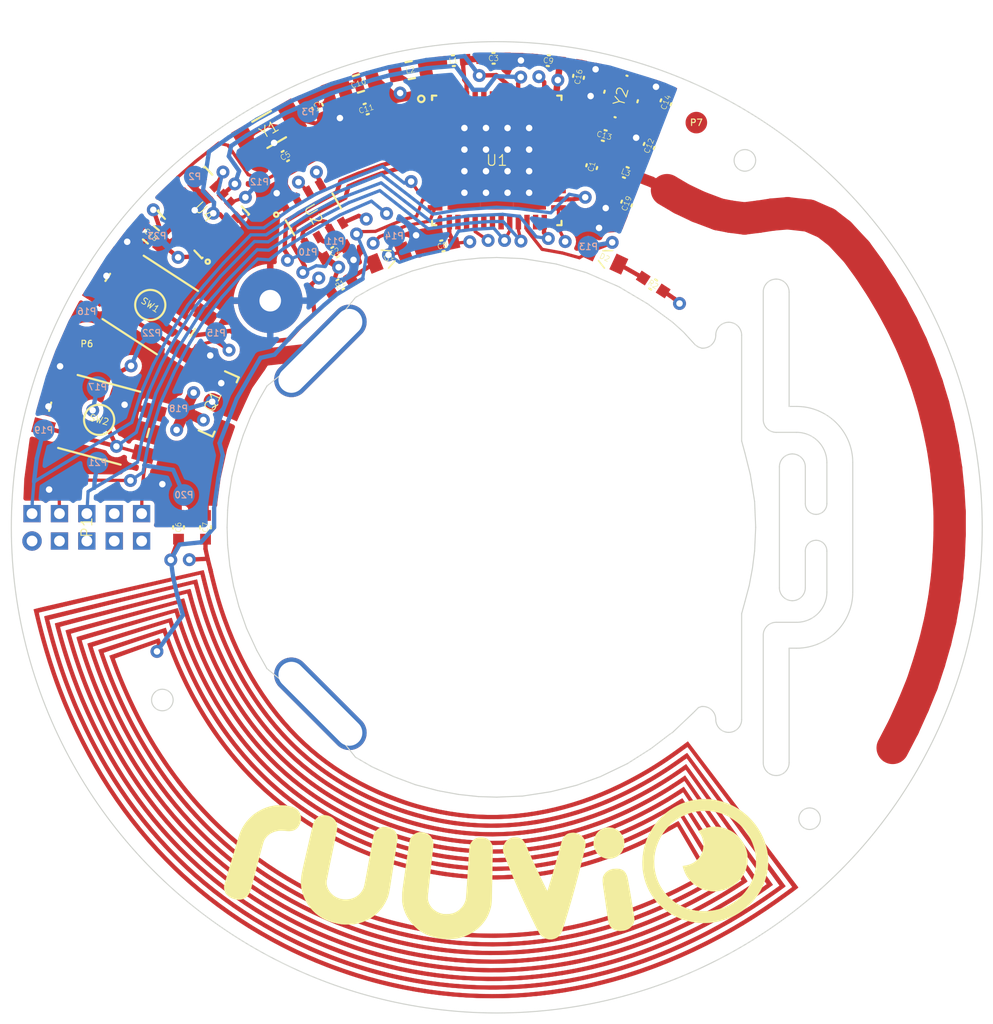
<source format=kicad_pcb>
(kicad_pcb (version 20221018) (generator pcbnew)
  (layers (0 "F.Cu" signal) (1 "In1.Cu" signal) (2 "In2.Cu" signal) (31 "B.Cu" signal) (34 "B.Paste" user) (35 "F.Paste" user) (36 "B.SilkS" user "B.Silkscreen") (37 "F.SilkS" user "F.Silkscreen") (38 "B.Mask" user) (39 "F.Mask" user) (44 "Edge.Cuts" user))
  (net 0 "")
  (net 1 "VDD")
  (net 2 "GND")
  (net 3 "Net-(C3-Pad1)")
  (net 4 "Net-(C4-Pad2)")
  (net 5 "Net-(C5-Pad2)")
  (net 6 "Net-(C6-Pad2)")
  (net 7 "Net-(C7-Pad1)")
  (net 8 "Net-(C11-Pad2)")
  (net 9 "Net-(C12-Pad2)")
  (net 10 "Net-(C13-Pad2)")
  (net 11 "/XC1")
  (net 12 "/ANTENNA")
  (net 13 "/XC2")
  (net 14 "/LED1")
  (net 15 "Net-(D1-Pad2)")
  (net 16 "Net-(D2-Pad2)")
  (net 17 "Net-(L1-Pad1)")
  (net 18 "Net-(L2-Pad1)")
  (net 19 "/SWDIO")
  (net 20 "/SWDCLK")
  (net 21 "/SWO")
  (net 22 "/RESET")
  (net 23 "/BUTTON1")
  (net 24 "/SPI_ACC_CS")
  (net 25 "/SPI_HUMI_CS")
  (net 26 "/ACC_INT1")
  (net 27 "/SPI_MOSI")
  (net 28 "/SPI_MISO")
  (net 29 "/SPI_SCK")
  (net 30 "Net-(P18-Pad1)")
  (net 31 "/LED2")
  (net 32 "Net-(C1-Pad1)")
  (net 33 "Net-(P10-Pad1)")
  (net 34 "Net-(P11-Pad1)")
  (footprint "RuuviTag:FIDUCIAL_1MM" (layer "F.Cu") (at 3.5 14.25)
    (fp_text reference "P6")
    (fp_text value "FIDUCIAL")
  )
  (footprint "RuuviTag:FIDUCIAL_1MM" (layer "F.Cu") (at 31.75 4)
    (fp_text reference "P7")
    (fp_text value "FIDUCIAL")
  )
  (footprint "RuuviTag:QFN-48_6X6MM_BOTPAD" (layer "F.Cu") (at 22.5 5.75)
    (fp_text reference "U1")
    (fp_text value "nRF52832")
  )
  (footprint "RuuviTag:32X15MM_2PIN_CRYSTAL" (layer "F.Cu") (at 11.95 4.32 -150)
    (fp_text reference "Y1")
    (fp_text value "32K")
  )
  (footprint "RuuviTag:EVQ-P2202W_BUTTON" (layer "F.Cu") (at 6.44 12.45 -33)
    (fp_text reference "SW1")
    (fp_text value "SW_PUSH")
  )
  (footprint "RuuviTag:EVQ-P2202W_BUTTON" (layer "F.Cu") (at 4.07 17.77 -15)
    (fp_text reference "SW2")
    (fp_text value "SW_PUSH")
  )
  (footprint "RuuviTag:20X16MM_4PIN_CRYSTAL" (layer "F.Cu") (at 28.26 2.79 74)
    (fp_text reference "Y2")
    (fp_text value "32M")
  )
  (footprint "RuuviTag:WIDE_PLATED_HOLE" (layer "F.Cu") (at 14.325 14.575 -135)
    (fp_text reference "P8")
    (fp_text value "+BATT")
  )
  (footprint "RuuviTag:WIDE_PLATED_HOLE" (layer "F.Cu") (at 14.325 30.925 -45)
    (fp_text reference "P9")
    (fp_text value "+BATT")
  )
  (footprint "RuuviTag:ABG-96_POS_BATT_CONTACT" (layer "F.Cu") (at 12 12.25 135)
    (fp_text reference "P5")
    (fp_text value "GND")
  )
  (footprint "RuuviTag:ARM_DEBUG_CONNECTOR_10PIN" (layer "F.Cu") (at 3.5 22.75 90)
    (fp_text reference "P1")
    (fp_text value "ARM_DEBUG")
  )
  (footprint "RuuviTag:0603_LED" (layer "F.Cu") (at 17.5 10.25 -158)
    (fp_text reference "D1")
    (fp_text value "LED1")
  )
  (footprint "RuuviTag:0603_LED" (layer "F.Cu") (at 27.5 10.25 -25)
    (fp_text reference "D2")
    (fp_text value "LED2")
  )
  (footprint "RuuviTag:SOT-23" (layer "F.Cu") (at 9.34 16.91 -114)
    (fp_text reference "Q1")
    (fp_text value "Q_PMOS_GSD")
  )
  (footprint "RuuviTag:NFC_RUUVITAG_REVB2" (layer "F.Cu") (at 17.67 35.96 -20)
    (fp_text reference "P4" hide)
    (fp_text value "NFC" hide)
  )
  (footprint "RuuviTag:BME280" (layer "F.Cu") (at 14 8.25 120)
    (fp_text reference "U2")
    (fp_text value "BME280")
  )
  (footprint "RuuviTag:LGA16_3X3MM" (layer "F.Cu") (at 8.9 8.17 133)
    (fp_text reference "U4")
    (fp_text value "LIS3DH")
  )
  (footprint "RuuviTag:0402_CAP" (layer "F.Cu") (at 26.9 6.04 75)
    (fp_text reference "C1")
    (fp_text value "0p8")
  )
  (footprint "RuuviTag:0402_CAP" (layer "F.Cu") (at 15 10 30)
    (fp_text reference "C2")
    (fp_text value "100n")
  )
  (footprint "RuuviTag:0402_CAP" (layer "F.Cu") (at 22.35 1.02 1)
    (fp_text reference "C3")
    (fp_text value "1u")
  )
  (footprint "RuuviTag:0402_CAP" (layer "F.Cu") (at 14.19 3.26 -67)
    (fp_text reference "C4")
    (fp_text value "12p")
  )
  (footprint "RuuviTag:0402_CAP" (layer "F.Cu") (at 12.7 5.55 30)
    (fp_text reference "C5")
    (fp_text value "12p")
  )
  (footprint "RuuviTag:0402_CAP" (layer "F.Cu") (at 7.75 22.75 -90)
    (fp_text reference "C6")
    (fp_text value "NFCTUN1")
  )
  (footprint "RuuviTag:0402_CAP" (layer "F.Cu") (at 9 22.75 90)
    (fp_text reference "C7")
    (fp_text value "NFCTUN2")
  )
  (footprint "RuuviTag:0402_CAP" (layer "F.Cu") (at 19.98 9.71 12)
    (fp_text reference "C8")
    (fp_text value "100n")
  )
  (footprint "RuuviTag:0402_CAP" (layer "F.Cu") (at 24.89 1.13 -6)
    (fp_text reference "C9")
    (fp_text value "100n")
  )
  (footprint "RuuviTag:0603_CAP" (layer "F.Cu") (at 16.09 2.19 17)
    (fp_text reference "C10")
    (fp_text value "4u7")
  )
  (footprint "RuuviTag:0402_CAP" (layer "F.Cu") (at 16.45 3.37 17)
    (fp_text reference "C11")
    (fp_text value "100n")
  )
  (footprint "RuuviTag:0402_CAP" (layer "F.Cu") (at 29.56 5.08 -111.5)
    (fp_text reference "C12")
    (fp_text value "NA")
  )
  (footprint "RuuviTag:0402_CAP" (layer "F.Cu") (at 27.48 4.6 165)
    (fp_text reference "C13")
    (fp_text value "100p")
  )
  (footprint "RuuviTag:0402_CAP" (layer "F.Cu") (at 30.34 3.06 -111.5)
    (fp_text reference "C14")
    (fp_text value "12p")
  )
  (footprint "RuuviTag:0402_CAP" (layer "F.Cu") (at 26.29 1.88 -100.5)
    (fp_text reference "C16")
    (fp_text value "12p")
  )
  (footprint "RuuviTag:0603_CAP" (layer "F.Cu") (at 6.47 9.2 140)
    (fp_text reference "C18")
    (fp_text value "4u7")
  )
  (footprint "RuuviTag:0402_CAP" (layer "F.Cu") (at 28.52 7.75 -111)
    (fp_text reference "C19")
    (fp_text value "NA")
  )
  (footprint "RuuviTag:0402_IND" (layer "F.Cu") (at 20.49 1.13 5)
    (fp_text reference "L1")
    (fp_text value "15n")
  )
  (footprint "RuuviTag:0603_IND" (layer "F.Cu") (at 18.49 1.57 11)
    (fp_text reference "L2")
    (fp_text value "10u")
  )
  (footprint "RuuviTag:0402_IND" (layer "F.Cu") (at 28.48 6.31 -20)
    (fp_text reference "L3")
    (fp_text value "3n9")
  )
  (footprint "RuuviTag:0402_RES" (layer "F.Cu") (at 15.25 11.5 -148)
    (fp_text reference "R1")
    (fp_text value "470")
  )
  (footprint "RuuviTag:0402_RES" (layer "F.Cu") (at 29.75 11.5 -33)
    (fp_text reference "R2")
    (fp_text value "470")
  )
  (footprint "Ruuvi:RUUVI_LOGO_BENDED_RUUVITAG_REVB2" (layer "F.Cu") (at 22.47 38.59)
    (fp_text reference "G***" hide)
    (fp_text value "RUUVI_LOGO_BENDED_RUUVITAG_REVB2" hide)
  )
  (footprint "RuuviTag:CR2450-BATTERY-3D" (layer "F.Cu") (at 22.5 22.75)
    (fp_text reference "REF**" hide)
    (fp_text value "CR2450-BATTERY-3D" hide)
  )
  (footprint "RuuviTag:TEST_POINT_SMD_1MM" (layer "B.Cu") (at 13.75 10)
    (fp_text reference "P10")
    (fp_text value "TP")
  )
  (footprint "RuuviTag:TEST_POINT_SMD_1MM" (layer "B.Cu") (at 15 9.5)
    (fp_text reference "P11")
    (fp_text value "TP")
  )
  (footprint "Ruuvi:OSHWMASK5MM" (layer "B.Cu") (at 22.5 39.37 180)
    (fp_text reference "G***" hide)
    (fp_text value "OSHWMASK5MM" hide)
  )
  (footprint "RuuviTag:TEST_POINT_SMD_1MM" (layer "B.Cu") (at 8.5 6.5)
    (fp_text reference "P2")
    (fp_text value "TP")
  )
  (footprint "RuuviTag:TEST_POINT_SMD_1MM" (layer "B.Cu") (at 13.75 3.5)
    (fp_text reference "P3")
    (fp_text value "TP")
  )
  (footprint "RuuviTag:TEST_POINT_SMD_1MM" (layer "B.Cu") (at 11.5 6.75)
    (fp_text reference "P12")
    (fp_text value "TP")
  )
  (footprint "RuuviTag:TEST_POINT_SMD_1MM" (layer "B.Cu") (at 26.75 9.75)
    (fp_text reference "P13")
    (fp_text value "TP")
  )
  (footprint "RuuviTag:TEST_POINT_SMD_1MM" (layer "B.Cu") (at 17.75 9.25)
    (fp_text reference "P14")
    (fp_text value "TP")
  )
  (footprint "RuuviTag:TEST_POINT_SMD_1MM" (layer "B.Cu") (at 9.5 13.75)
    (fp_text reference "P15")
    (fp_text value "TP")
  )
  (footprint "RuuviTag:TEST_POINT_SMD_1MM" (layer "B.Cu") (at 3.5 12.75)
    (fp_text reference "P16")
    (fp_text value "TP")
  )
  (footprint "RuuviTag:TEST_POINT_SMD_1MM" (layer "B.Cu") (at 4 16.25)
    (fp_text reference "P17")
    (fp_text value "TP")
  )
  (footprint "RuuviTag:TEST_POINT_SMD_1MM" (layer "B.Cu") (at 7.75 17.25)
    (fp_text reference "P18")
    (fp_text value "TP")
  )
  (footprint "RuuviTag:TEST_POINT_SMD_1MM" (layer "B.Cu") (at 1.5 18.25)
    (fp_text reference "P19")
    (fp_text value "TP")
  )
  (footprint "RuuviTag:TEST_POINT_SMD_1MM" (layer "B.Cu") (at 8 21.25)
    (fp_text reference "P20")
    (fp_text value "TP")
  )
  (footprint "RuuviTag:TEST_POINT_SMD_1MM" (layer "B.Cu") (at 4 19.75)
    (fp_text reference "P21")
    (fp_text value "TP")
  )
  (footprint "RuuviTag:TEST_POINT_SMD_1MM" (layer "B.Cu") (at 6.5 13.75)
    (fp_text reference "P22")
    (fp_text value "TP")
  )
  (footprint "RuuviTag:TEST_POINT_SMD_1MM" (layer "B.Cu") (at 6.75 9.25)
    (fp_text reference "P23")
    (fp_text value "TP")
  )
  (gr_arc (start 33.85 31.65) (mid 33.674264 32.074264) (end 33.25 32.25) (stroke (width 0.05)) (layer "Edge.Cuts"))
  (gr_line (start 22.5 35.25) (end 23.7 35.2) (stroke (width 0.05)) (layer "Edge.Cuts"))
  (gr_arc (start 36.8 23.85) (mid 36.946447 23.496447) (end 37.3 23.35) (stroke (width 0.05)) (layer "Edge.Cuts"))
  (gr_arc (start 32.65 13.85) (mid 32.825736 13.425736) (end 33.25 13.25) (stroke (width 0.05)) (layer "Edge.Cuts"))
  (gr_line (start 27.3 34.3) (end 28.55 33.7) (stroke (width 0.05)) (layer "Edge.Cuts"))
  (gr_line (start 11.475 16.85) (end 11.1 17.6) (stroke (width 0.05)) (layer "Edge.Cuts"))
  (gr_arc (start 36.2 26.15) (mid 35.775736 25.974264) (end 35.6 25.55) (stroke (width 0.05)) (layer "Edge.Cuts"))
  (gr_arc (start 39 25.75) (mid 38.238478 27.588478) (end 36.4 28.35) (stroke (width 0.05)) (layer "Edge.Cuts"))
  (gr_circle (center 7 30.75) (end 7 31.25) (stroke (width 0.05)) (fill none) (layer "Edge.Cuts"))
  (gr_line (start 31.85 31.1) (end 31.6 31.35) (stroke (width 0.05)) (layer "Edge.Cuts"))
  (gr_line (start 17.725 34.3) (end 16.725 33.85) (stroke (width 0.05)) (layer "Edge.Cuts"))
  (gr_line (start 10.9 27.425) (end 10.55 26.425) (stroke (width 0.05)) (layer "Edge.Cuts"))
  (gr_line (start 14.125 31.125) (end 11.85 29.3) (stroke (width 0.05)) (layer "Edge.Cuts"))
  (gr_line (start 10.025 23.575) (end 10 22.75) (stroke (width 0.05)) (layer "Edge.Cuts"))
  (gr_line (start 10.225 20.375) (end 10.075 21.375) (stroke (width 0.05)) (layer "Edge.Cuts"))
  (gr_line (start 18.725 34.675) (end 17.725 34.3) (stroke (width 0.05)) (layer "Edge.Cuts"))
  (gr_line (start 28.55 33.7) (end 29.65 33) (stroke (width 0.05)) (layer "Edge.Cuts"))
  (gr_arc (start 35.45 18.35) (mid 35.025736 18.174264) (end 34.85 17.75) (stroke (width 0.05)) (layer "Edge.Cuts"))
  (gr_line (start 33.85 18.75) (end 34 19.3) (stroke (width 0.05)) (layer "Edge.Cuts"))
  (gr_line (start 11.85 16.2) (end 11.475 16.85) (stroke (width 0.05)) (layer "Edge.Cuts"))
  (gr_line (start 31.6 31.35) (end 30.65 32.25) (stroke (width 0.05)) (layer "Edge.Cuts"))
  (gr_line (start 36.05 17.15) (end 36.05 11.85) (stroke (width 0.05)) (layer "Edge.Cuts"))
  (gr_line (start 35.6 19.95) (end 35.6 25.55) (stroke (width 0.05)) (layer "Edge.Cuts"))
  (gr_line (start 16.725 33.85) (end 15.95 33.4) (stroke (width 0.05)) (layer "Edge.Cuts"))
  (gr_arc (start 36.8 25.55) (mid 36.624264 25.974264) (end 36.2 26.15) (stroke (width 0.05)) (layer "Edge.Cuts"))
  (gr_arc (start 36.4 17.15) (mid 38.238478 17.911522) (end 39 19.75) (stroke (width 0.05)) (layer "Edge.Cuts"))
  (gr_line (start 31.7 14.3) (end 31.15 13.7) (stroke (width 0.05)) (layer "Edge.Cuts"))
  (gr_line (start 10.075 21.375) (end 10.025 21.95) (stroke (width 0.05)) (layer "Edge.Cuts"))
  (gr_line (start 10.55 26.425) (end 10.3 25.475) (stroke (width 0.05)) (layer "Edge.Cuts"))
  (gr_line (start 34.25 20.3) (end 34 19.3) (stroke (width 0.05)) (layer "Edge.Cuts"))
  (gr_line (start 39 19.75) (end 39 25.75) (stroke (width 0.05)) (layer "Edge.Cuts"))
  (gr_line (start 26.2 34.7) (end 27.3 34.3) (stroke (width 0.05)) (layer "Edge.Cuts"))
  (gr_line (start 32.05 14.45) (end 32 14.45) (stroke (width 0.05)) (layer "Edge.Cuts"))
  (gr_line (start 22.5 35.25) (end 21.65 35.225) (stroke (width 0.05)) (layer "Edge.Cuts"))
  (gr_line (start 32.05 31.05) (end 32 31.05) (stroke (width 0.05)) (layer "Edge.Cuts"))
  (gr_line (start 34.45 23.85) (end 34.35 24.65) (stroke (width 0.05)) (layer "Edge.Cuts"))
  (gr_arc (start 37.8 25.75) (mid 37.389949 26.739949) (end 36.4 27.15) (stroke (width 0.05)) (layer "Edge.Cuts"))
  (gr_line (start 22.5 10.25) (end 21.725 10.275) (stroke (width 0.05)) (layer "Edge.Cuts"))
  (gr_line (start 19.775 34.95) (end 18.725 34.675) (stroke (width 0.05)) (layer "Edge.Cuts"))
  (gr_line (start 29.5 12.4) (end 30.65 13.25) (stroke (width 0.05)) (layer "Edge.Cuts"))
  (gr_line (start 17.525 11.275) (end 16.65 11.7) (stroke (width 0.05)) (layer "Edge.Cuts"))
  (gr_circle (center 34 5.75) (end 33.5 5.75) (stroke (width 0.05)) (fill none) (layer "Edge.Cuts"))
  (gr_line (start 28.15 11.6) (end 29.5 12.4) (stroke (width 0.05)) (layer "Edge.Cuts"))
  (gr_line (start 10.125 24.525) (end 10.025 23.575) (stroke (width 0.05)) (layer "Edge.Cuts"))
  (gr_arc (start 37.3 22.15) (mid 36.946447 22.003553) (end 36.8 21.65) (stroke (width 0.05)) (layer "Edge.Cuts"))
  (gr_line (start 34.85 33.65) (end 34.85 27.75) (stroke (width 0.05)) (layer "Edge.Cuts"))
  (gr_line (start 35.45 27.15) (end 36.4 27.15) (stroke (width 0.05)) (layer "Edge.Cuts"))
  (gr_line (start 19.65 10.575) (end 18.575 10.875) (stroke (width 0.05)) (layer "Edge.Cuts"))
  (gr_line (start 20.725 35.125) (end 19.775 34.95) (stroke (width 0.05)) (layer "Edge.Cuts"))
  (gr_line (start 34.35 24.65) (end 34.2 25.45) (stroke (width 0.05)) (layer "Edge.Cuts"))
  (gr_line (start 26.65 10.95) (end 28.15 11.6) (stroke (width 0.05)) (layer "Edge.Cuts"))
  (gr_line (start 33.85 13.85) (end 33.85 18.75) (stroke (width 0.05)) (layer "Edge.Cuts"))
  (gr_line (start 33.85 26.75) (end 34 26.2) (stroke (width 0.05)) (layer "Edge.Cuts"))
  (gr_line (start 10.75 18.475) (end 10.5 19.25) (stroke (width 0.05)) (layer "Edge.Cuts"))
  (gr_line (start 34.5 22.75) (end 34.45 21.55) (stroke (width 0.05)) (layer "Edge.Cuts"))
  (gr_line (start 10.5 19.25) (end 10.225 20.375) (stroke (width 0.05)) (layer "Edge.Cuts"))
  (gr_line (start 36.05 17.15) (end 36.4 17.15) (stroke (width 0.05)) (layer "Edge.Cuts"))
  (gr_line (start 34.5 22.75) (end 34.45 23.85) (stroke (width 0.05)) (layer "Edge.Cuts"))
  (gr_line (start 23.7 35.2) (end 25 35) (stroke (width 0.05)) (layer "Edge.Cuts"))
  (gr_line (start 30.5 32.35) (end 30.65 32.25) (stroke (width 0.05)) (layer "Edge.Cuts"))
  (gr_line (start 31.15 13.7) (end 30.65 13.25) (stroke (width 0.05)) (layer "Edge.Cuts"))
  (gr_line (start 11.375 28.45) (end 10.9 27.425) (stroke (width 0.05)) (layer "Edge.Cuts"))
  (gr_line (start 11.85 16.2) (end 14.125 14.375) (stroke (width 0.05)) (layer "Edge.Cuts"))
  (gr_arc (start 35.45 11.25) (mid 35.874264 11.425736) (end 36.05 11.85) (stroke (width 0.05)) (layer "Edge.Cuts"))
  (gr_line (start 16.65 11.7) (end 15.95 12.1) (stroke (width 0.05)) (layer "Edge.Cuts"))
  (gr_arc (start 35.45 34.25) (mid 35.025736 34.074264) (end 34.85 33.65) (stroke (width 0.05)) (layer "Edge.Cuts"))
  (gr_line (start 37.8 19.75) (end 37.8 21.65) (stroke (width 0.05)) (layer "Edge.Cuts"))
  (gr_line (start 36.8 21.65) (end 36.8 19.95) (stroke (width 0.05)) (layer "Edge.Cuts"))
  (gr_arc (start 32.65 13.85) (mid 32.474264 14.274264) (end 32.05 14.45) (stroke (width 0.05)) (layer "Edge.Cuts"))
  (gr_line (start 23.7 10.3) (end 25.25 10.55) (stroke (width 0.05)) (layer "Edge.Cuts"))
  (gr_line (start 33.85 26.75) (end 33.85 31.65) (stroke (width 0.05)) (layer "Edge.Cuts"))
  (gr_line (start 10.3 25.475) (end 10.125 24.525) (stroke (width 0.05)) (layer "Edge.Cuts"))
  (gr_line (start 36.05 28.35) (end 36.05 33.65) (stroke (width 0.05)) (layer "Edge.Cuts"))
  (gr_arc (start 37.3 23.35) (mid 37.653553 23.496447) (end 37.8 23.85) (stroke (width 0.05)) (layer "Edge.Cuts"))
  (gr_line (start 37.8 25.75) (end 37.8 23.85) (stroke (width 0.05)) (layer "Edge.Cuts"))
  (gr_line (start 25 35) (end 26.2 34.7) (stroke (width 0.05)) (layer "Edge.Cuts"))
  (gr_circle (center 37 36.25) (end 37 36.75) (stroke (width 0.05)) (fill none) (layer "Edge.Cuts"))
  (gr_line (start 36.8 23.85) (end 36.8 25.55) (stroke (width 0.05)) (layer "Edge.Cuts"))
  (gr_circle (center 22.5 22.75) (end 0 22.75) (stroke (width 0.05)) (fill none) (layer "Edge.Cuts"))
  (gr_arc (start 33.25 13.25) (mid 33.674264 13.425736) (end 33.85 13.85) (stroke (width 0.05)) (layer "Edge.Cuts"))
  (gr_line (start 32 14.45) (end 31.85 14.4) (stroke (width 0.05)) (layer "Edge.Cuts"))
  (gr_line (start 32 31.05) (end 31.85 31.1) (stroke (width 0.05)) (layer "Edge.Cuts"))
  (gr_line (start 22.5 10.25) (end 23.7 10.3) (stroke (width 0.05)) (layer "Edge.Cuts"))
  (gr_line (start 20.725 10.375) (end 19.65 10.575) (stroke (width 0.05)) (layer "Edge.Cuts"))
  (gr_line (start 34.2 25.45) (end 34 26.2) (stroke (width 0.05)) (layer "Edge.Cuts"))
  (gr_arc (start 36.05 33.65) (mid 35.874264 34.074264) (end 35.45 34.25) (stroke (width 0.05)) (layer "Edge.Cuts"))
  (gr_arc (start 34.85 11.85) (mid 35.025736 11.425736) (end 35.45 11.25) (stroke (width 0.05)) (layer "Edge.Cuts"))
  (gr_line (start 14.125 14.375) (end 15.95 12.1) (stroke (width 0.05)) (layer "Edge.Cuts"))
  (gr_arc (start 36.2 19.35) (mid 36.624264 19.525736) (end 36.8 19.95) (stroke (width 0.05)) (layer "Edge.Cuts"))
  (gr_line (start 18.575 10.875) (end 17.525 11.275) (stroke (width 0.05)) (layer "Edge.Cuts"))
  (gr_line (start 29.65 33) (end 30.5 32.35) (stroke (width 0.05)) (layer "Edge.Cuts"))
  (gr_line (start 10.025 21.95) (end 10 22.75) (stroke (width 0.05)) (layer "Edge.Cuts"))
  (gr_arc (start 37.8 21.65) (mid 37.653553 22.003553) (end 37.3 22.15) (stroke (width 0.05)) (layer "Edge.Cuts"))
  (gr_line (start 15.95 33.4) (end 14.125 31.125) (stroke (width 0.05)) (layer "Edge.Cuts"))
  (gr_line (start 35.45 18.35) (end 36.4 18.35) (stroke (width 0.05)) (layer "Edge.Cuts"))
  (gr_line (start 36.05 28.35) (end 36.4 28.35) (stroke (width 0.05)) (layer "Edge.Cuts"))
  (gr_line (start 34.85 11.85) (end 34.85 17.75) (stroke (width 0.05)) (layer "Edge.Cuts"))
  (gr_line (start 31.85 14.4) (end 31.7 14.3) (stroke (width 0.05)) (layer "Edge.Cuts"))
  (gr_line (start 11.1 17.6) (end 10.75 18.475) (stroke (width 0.05)) (layer "Edge.Cuts"))
  (gr_arc (start 36.4 18.35) (mid 37.389949 18.760051) (end 37.8 19.75) (stroke (width 0.05)) (layer "Edge.Cuts"))
  (gr_line (start 34.45 21.55) (end 34.25 20.3) (stroke (width 0.05)) (layer "Edge.Cuts"))
  (gr_line (start 25.25 10.55) (end 26.65 10.95) (stroke (width 0.05)) (layer "Edge.Cuts"))
  (gr_arc (start 34.85 27.75) (mid 35.025736 27.325736) (end 35.45 27.15) (stroke (width 0.05)) (layer "Edge.Cuts"))
  (gr_arc (start 35.6 19.95) (mid 35.775736 19.525736) (end 36.2 19.35) (stroke (width 0.05)) (layer "Edge.Cuts"))
  (gr_line (start 11.85 29.3) (end 11.375 28.45) (stroke (width 0.05)) (layer "Edge.Cuts"))
  (gr_line (start 21.65 35.225) (end 20.725 35.125) (stroke (width 0.05)) (layer "Edge.Cuts"))
  (gr_arc (start 32.05 31.05) (mid 32.474264 31.225736) (end 32.65 31.65) (stroke (width 0.05)) (layer "Edge.Cuts"))
  (gr_arc (start 33.25 32.25) (mid 32.825736 32.074264) (end 32.65 31.65) (stroke (width 0.05)) (layer "Edge.Cuts"))
  (gr_line (start 21.725 10.275) (end 20.725 10.375) (stroke (width 0.05)) (layer "Edge.Cuts"))
  (segment (start 20.3 2.75) (end 19.79413 2.520927) (width 0.2) (layer "F.Cu") (net 1))
  (segment (start 16.759413 1.98534) (end 17.723326 2.867295) (width 0.5) (layer "F.Cu") (net 1))
  (segment (start 17.77 2.91) (end 18.264048 2.804966) (width 0.4) (layer "F.Cu") (net 1))
  (segment (start 19.04 2.64) (end 19.79413 2.520927) (width 0.4) (layer "F.Cu") (net 1))
  (segment (start 19.79413 2.520927) (end 19.77 2.51) (width 0.2) (layer "F.Cu") (net 1))
  (segment (start 18.264048 2.804966) (end 19.04 2.64) (width 0.4) (layer "F.Cu") (net 1))
  (segment (start 17.723326 2.867295) (end 17.77 2.91) (width 0.4) (layer "F.Cu") (net 1))
  (segment (start 17.723326 2.867295) (end 18.02 2.63) (width 0.4) (layer "F.Cu") (net 1))
  (segment (start 13.668125 9.625176) (end 14.523686 10.275) (width 0.2) (layer "F.Cu") (net 1))
  (segment (start 25.168502 3.323558) (end 25.5 3.55) (width 0.2) (layer "F.Cu") (net 1))
  (segment (start 25.33 2.03) (end 25.168502 3.323558) (width 0.3) (layer "F.Cu") (net 1))
  (segment (start 25.436987 1.187491) (end 25.33 2.03) (width 0.3) (layer "F.Cu") (net 1))
  (segment (start 7.663093 8.639771) (end 7.12 9.2) (width 0.2) (layer "F.Cu") (net 1))
  (segment (start 7.12 9.2) (end 7.006231 9.649951) (width 0.2) (layer "F.Cu") (net 1))
  (segment (start 8.004092 9.005448) (end 7.43 9.47) (width 0.2) (layer "F.Cu") (net 1))
  (segment (start 7.43 9.47) (end 7.006231 9.649951) (width 0.2) (layer "F.Cu") (net 1))
  (segment (start 8.03936 17.370822) (end 7.66 18.24) (width 0.5) (layer "F.Cu") (net 1))
  (segment (start 8.03936 17.370822) (end 8.45 16.51) (width 0.5) (layer "F.Cu") (net 1))
  (segment (start 8.03936 17.370822) (end 8.9 17.78) (width 0.5) (layer "F.Cu") (net 1))
  (segment (start 13.668125 9.625176) (end 13.47 9.31) (width 0.2) (layer "F.Cu") (net 1))
  (segment (start 13.47 9.31) (end 13.54 9) (width 0.2) (layer "F.Cu") (net 1))
  (segment (start 13.54 9) (end 14.29 8.54) (width 0.2) (layer "F.Cu") (net 1))
  (segment (start 14.29 8.54) (end 14.57 8.6) (width 0.2) (layer "F.Cu") (net 1))
  (segment (start 14.57 8.6) (end 14.793958 8.975176) (width 0.2) (layer "F.Cu") (net 1))
  (segment (start 20.517981 9.595649) (end 21.25 9.52) (width 0.15) (layer "F.Cu") (net 1))
  (segment (start 20.3 8.61) (end 20.3 9.13) (width 0.2) (layer "F.Cu") (net 1))
  (segment (start 20.3 9.13) (end 20.517981 9.595649) (width 0.2) (layer "F.Cu") (net 1))
  (segment (start 15.17 10.7) (end 14.523686 10.275) (width 0.3) (layer "F.Cu") (net 1))
  (segment (start 9.004094 9.747907) (end 8.54 10.19) (width 0.2) (layer "F.Cu") (net 1))
  (segment (start 8.54 10.19) (end 7.74 10.25) (width 0.2) (layer "F.Cu") (net 1))
  (segment (start 30.211269 11.799551) (end 30.73 12.16) (width 0.2) (layer "F.Cu") (net 1))
  (segment (start 30.73 12.16) (end 30.97 12.38) (width 0.2) (layer "F.Cu") (net 1))
  (segment (start 14.783574 11.791456) (end 15.17 10.7) (width 0.2) (layer "F.Cu") (net 1))
  (segment (start 7.730199 10.241985) (end 7.006231 9.649951) (width 0.2) (layer "F.Cu") (net 1))
  (segment (start 7.74 10.25) (end 7.730199 10.241985) (width 0.3) (layer "F.Cu") (net 1))
  (via (at 3.77 17.33) (size 0.6) (drill 0.3) (layers "F.Cu" "B.Cu") (net 1))
  (via (at 8.9 17.78) (size 0.6) (drill 0.3) (layers "F.Cu" "B.Cu") (net 1))
  (via (at 7.730199 10.241985) (size 0.6) (drill 0.3) (layers "F.Cu" "B.Cu") (net 1))
  (via (at 7.66 18.24) (size 0.6) (drill 0.3) (layers "F.Cu" "B.Cu") (net 1))
  (via (at 18.02 2.63) (size 0.6) (drill 0.3) (layers "F.Cu" "B.Cu") (net 1))
  (via (at 21.25 9.52) (size 0.6) (drill 0.3) (layers "F.Cu" "B.Cu") (net 1))
  (via (at 8.45 16.51) (size 0.6) (drill 0.3) (layers "F.Cu" "B.Cu") (net 1))
  (via (at 15.17 10.7) (size 0.6) (drill 0.3) (layers "F.Cu" "B.Cu") (net 1))
  (via (at 25.33 2.03) (size 0.6) (drill 0.3) (layers "F.Cu" "B.Cu") (net 1))
  (via (at 30.97 12.38) (size 0.6) (drill 0.3) (layers "F.Cu" "B.Cu") (net 1))
  (segment (start 4 16.25) (end 3.77 17.33) (width 0.2) (layer "B.Cu") (net 1))
  (segment (start 29.673971 4.69) (end 29.72244 4.641531) (width 0.15) (layer "F.Cu") (net 2))
  (segment (start 22.899916 1.010401) (end 23.62 1.02) (width 0.5) (layer "F.Cu") (net 2))
  (segment (start 23.62 1.02) (end 23.62 1.12) (width 0.5) (layer "F.Cu") (net 2))
  (segment (start 23.62 1.02) (end 24.343013 1.072509) (width 0.5) (layer "F.Cu") (net 2))
  (segment (start 26.1 5.53) (end 25.5 5.55) (width 0.2) (layer "F.Cu") (net 2))
  (segment (start 27.04235 5.508741) (end 26.1 5.53) (width 0.3) (layer "F.Cu") (net 2))
  (segment (start 5.933769 8.750049) (end 5.37 9.52) (width 0.4) (layer "F.Cu") (net 2))
  (segment (start 5.37 9.52) (end 5.05 9.95) (width 0.4) (layer "F.Cu") (net 2))
  (segment (start 5.05 9.95) (end 5.04183 10.364196) (width 0.4) (layer "F.Cu") (net 2))
  (segment (start 7.333198 7.95609) (end 7.698875 7.615091) (width 0.2) (layer "F.Cu") (net 2))
  (segment (start 8.81216 15.635086) (end 9.73 16.07) (width 0.5) (layer "F.Cu") (net 2))
  (segment (start 8.81216 15.635086) (end 9.22 14.79) (width 0.5) (layer "F.Cu") (net 2))
  (segment (start 14.231042 9.300176) (end 14.44 9.49) (width 0.2) (layer "F.Cu") (net 2))
  (segment (start 14.44 9.49) (end 15.11 9.73) (width 0.2) (layer "F.Cu") (net 2))
  (segment (start 15.11 9.73) (end 15.476314 9.725) (width 0.2) (layer "F.Cu") (net 2))
  (segment (start 13.975098 2.753722) (end 14.6 2.47) (width 0.5) (layer "F.Cu") (net 2))
  (segment (start 14.6 2.47) (end 15 2.32) (width 0.5) (layer "F.Cu") (net 2))
  (segment (start 15 2.32) (end 15.420587 2.39466) (width 0.5) (layer "F.Cu") (net 2))
  (segment (start 15.924032 3.530804) (end 15.8 3.15) (width 0.5) (layer "F.Cu") (net 2))
  (segment (start 15.8 3.15) (end 15.61 2.95) (width 0.5) (layer "F.Cu") (net 2))
  (segment (start 15.61 2.95) (end 15.420587 2.39466) (width 0.5) (layer "F.Cu") (net 2))
  (segment (start 12.223686 5.825) (end 12.07 5.56) (width 0.2) (layer "F.Cu") (net 2))
  (segment (start 12.07 5.56) (end 12.18 4.94) (width 0.2) (layer "F.Cu") (net 2))
  (segment (start 15.476314 9.725) (end 15.86 10.36) (width 0.3) (layer "F.Cu") (net 2))
  (segment (start 15.924032 3.530804) (end 15.23 3.79) (width 0.3) (layer "F.Cu") (net 2))
  (segment (start 19.442019 9.824351) (end 18.76 9.22) (width 0.3) (layer "F.Cu") (net 2))
  (segment (start 12.643125 7.849824) (end 12.3 7.27) (width 0.15) (layer "F.Cu") (net 2))
  (segment (start 12.3 7.27) (end 11.65 7.67) (width 0.15) (layer "F.Cu") (net 2))
  (segment (start 11.65 7.67) (end 10.76 8.38) (width 0.15) (layer "F.Cu") (net 2))
  (segment (start 10.76 8.38) (end 10.466802 8.38391) (width 0.15) (layer "F.Cu") (net 2))
  (segment (start 8.430229 6.933093) (end 8.7 7.22) (width 0.15) (layer "F.Cu") (net 2))
  (segment (start 8.7 7.22) (end 8.5 8.06) (width 0.15) (layer "F.Cu") (net 2))
  (segment (start 8.5 8.06) (end 7.96 7.86) (width 0.15) (layer "F.Cu") (net 2))
  (segment (start 7.96 7.86) (end 7.698875 7.615091) (width 0.15) (layer "F.Cu") (net 2))
  (segment (start 8.345091 9.371125) (end 8.68 9.06) (width 0.15) (layer "F.Cu") (net 2))
  (segment (start 8.68 9.06) (end 8.5 8.06) (width 0.15) (layer "F.Cu") (net 2))
  (segment (start 4.97183 10.304196) (end 4.41 11.1) (width 0.2) (layer "F.Cu") (net 2))
  (segment (start 2.010597 16.182908) (end 1.72 17.15) (width 0.2) (layer "F.Cu") (net 2))
  (segment (start 6.647041 17.42524) (end 5.25 17.07) (width 0.2) (layer "F.Cu") (net 2))
  (segment (start 29.88 2.34) (end 30.541576 2.54827) (width 0.5) (layer "F.Cu") (net 2))
  (segment (start 29.012563 2.251577) (end 29.88 2.34) (width 0.5) (layer "F.Cu") (net 2))
  (segment (start 27.507437 3.328423) (end 26.85 2.77) (width 0.5) (layer "F.Cu") (net 2))
  (segment (start 26.39023 1.33921) (end 27.08 1.53) (width 0.5) (layer "F.Cu") (net 2))
  (segment (start 28.328424 8.26173) (end 27.55 7.96) (width 0.5) (layer "F.Cu") (net 2))
  (segment (start 28.328424 8.26173) (end 28.11 8.81) (width 0.5) (layer "F.Cu") (net 2))
  (segment (start 28.11 8.81) (end 27.24 8.88) (width 0.5) (layer "F.Cu") (net 2))
  (segment (start 28.011259 4.74235) (end 28.96 4.7) (width 0.5) (layer "F.Cu") (net 2))
  (segment (start 28.96 4.7) (end 29.761576 4.56827) (width 0.5) (layer "F.Cu") (net 2))
  (segment (start 24.22 5.55) (end 24.02 5.75) (width 0.2) (layer "F.Cu") (net 2))
  (segment (start 21.5 3.71) (end 20.98 4.23) (width 0.2) (layer "F.Cu") (net 2))
  (segment (start 7.75 22) (end 7 21.25) (width 0.2) (layer "F.Cu") (net 2))
  (segment (start 7 21.25) (end 7 20.75) (width 0.2) (layer "F.Cu") (net 2))
  (segment (start 2.010597 16.182908) (end 2.26 15.29) (width 0.2) (layer "F.Cu") (net 2))
  (segment (start 7.75 22.2) (end 7.75 22) (width 0.2) (layer "F.Cu") (net 2))
  (segment (start 25.36 5.55) (end 24.22 5.55) (width 0.2) (layer "F.Cu") (net 2))
  (segment (start 21.5 2.89) (end 21.5 3.71) (width 0.2) (layer "F.Cu") (net 2))
  (via (at 5.25 17.07) (size 0.6) (drill 0.3) (layers "F.Cu" "B.Cu") (net 2))
  (via (at 4.41 11.1) (size 0.6) (drill 0.3) (layers "F.Cu" "B.Cu") (net 2))
  (via (at 12.18 4.94) (size 0.6) (drill 0.3) (layers "F.Cu" "B.Cu") (net 2))
  (via (at 18.76 9.22) (size 0.6) (drill 0.3) (layers "F.Cu" "B.Cu") (net 2))
  (via (at 29.88 2.34) (size 0.6) (drill 0.3) (layers "F.Cu" "B.Cu") (net 2))
  (via (at 27.24 8.88) (size 0.6) (drill 0.3) (layers "F.Cu" "B.Cu") (net 2))
  (via (at 7 20.75) (size 0.6) (drill 0.3) (layers "F.Cu" "B.Cu") (net 2))
  (via (at 27.55 7.96) (size 0.6) (drill 0.3) (layers "F.Cu" "B.Cu") (net 2))
  (via (at 1.75 21) (size 0.6) (drill 0.3) (layers "F.Cu" "B.Cu") (net 2))
  (via (at 26.85 2.77) (size 0.6) (drill 0.3) (layers "F.Cu" "B.Cu") (net 2))
  (via (at 27.08 1.53) (size 0.6) (drill 0.3) (layers "F.Cu" "B.Cu") (net 2))
  (via (at 23.62 1.12) (size 0.6) (drill 0.3) (layers "F.Cu" "B.Cu") (net 2))
  (via (at 28.96 4.7) (size 0.6) (drill 0.3) (layers "F.Cu" "B.Cu") (net 2))
  (via (at 9.22 14.79) (size 0.6) (drill 0.3) (layers "F.Cu" "B.Cu") (net 2))
  (via (at 9.73 16.07) (size 0.6) (drill 0.3) (layers "F.Cu" "B.Cu") (net 2))
  (via (at 15.23 3.79) (size 0.6) (drill 0.3) (layers "F.Cu" "B.Cu") (net 2))
  (via (at 15.86 10.36) (size 0.6) (drill 0.3) (layers "F.Cu" "B.Cu") (net 2))
  (via (at 8.5 8.06) (size 0.6) (drill 0.3) (layers "F.Cu" "B.Cu") (net 2))
  (via (at 5.37 9.52) (size 0.6) (drill 0.3) (layers "F.Cu" "B.Cu") (net 2))
  (via (at 12.3 7.27) (size 0.6) (drill 0.3) (layers "F.Cu" "B.Cu") (net 2))
  (via (at 2.26 15.29) (size 0.6) (drill 0.3) (layers "F.Cu" "B.Cu") (net 2))
  (via (at 1.72 17.15) (size 0.6) (drill 0.3) (layers "F.Cu" "B.Cu") (net 2))
  (segment (start 2.87 13.05) (end 3.5 12.75) (width 0.2) (layer "B.Cu") (net 2))
  (segment (start 2.87 13.05) (end 2.43 13.97) (width 0.2) (layer "B.Cu") (net 2))
  (segment (start 2.43 13.97) (end 2.05 14.85) (width 0.2) (layer "B.Cu") (net 2))
  (segment (start 2.05 14.85) (end 2.26 15.29) (width 0.2) (layer "B.Cu") (net 2))
  (segment (start 5.64 9.25) (end 5.37 9.52) (width 0.3) (layer "B.Cu") (net 2))
  (segment (start 6.75 9.25) (end 5.64 9.25) (width 0.3) (layer "B.Cu") (net 2))
  (segment (start 21.037907 1.082064) (end 21.800084 1.029599) (width 0.3) (layer "F.Cu") (net 3))
  (segment (start 21.1 2.75) (end 21.1 2.17) (width 0.2) (layer "F.Cu") (net 3))
  (segment (start 21.1 2.17) (end 20.99 2.01) (width 0.2) (layer "F.Cu") (net 3))
  (segment (start 20.99 2.01) (end 20.94 1.36) (width 0.2) (layer "F.Cu") (net 3))
  (segment (start 20.94 1.36) (end 21.037907 1.082064) (width 0.2) (layer "F.Cu") (net 3))
  (segment (start 19.5 3.95) (end 18.88 4.01) (width 0.2) (layer "F.Cu") (net 4))
  (segment (start 18.88 4.01) (end 17.76 4.26) (width 0.2) (layer "F.Cu") (net 4))
  (segment (start 17.76 4.26) (end 16.28 4.72) (width 0.2) (layer "F.Cu") (net 4))
  (segment (start 16.28 4.72) (end 15.68 4.94) (width 0.2) (layer "F.Cu") (net 4))
  (segment (start 15.68 4.94) (end 14.16 4.06) (width 0.2) (layer "F.Cu") (net 4))
  (segment (start 14.16 4.06) (end 13.02923 3.76) (width 0.2) (layer "F.Cu") (net 4))
  (segment (start 14.16 4.06) (end 14.404902 3.766278) (width 0.2) (layer "F.Cu") (net 4))
  (segment (start 19.5 4.35) (end 19.04 4.39) (width 0.2) (layer "F.Cu") (net 5))
  (segment (start 19.04 4.39) (end 18.46 4.49) (width 0.2) (layer "F.Cu") (net 5))
  (segment (start 18.46 4.49) (end 17.45 4.75) (width 0.2) (layer "F.Cu") (net 5))
  (segment (start 17.45 4.75) (end 16.38 5.08) (width 0.2) (layer "F.Cu") (net 5))
  (segment (start 16.38 5.08) (end 15.618685 5.379202) (width 0.2) (layer "F.Cu") (net 5))
  (segment (start 15.618685 5.379202) (end 14.342886 4.605161) (width 0.2) (layer "F.Cu") (net 5))
  (segment (start 14.342886 4.605161) (end 13.44 5.11) (width 0.2) (layer "F.Cu") (net 5))
  (segment (start 13.44 5.11) (end 13.433976 5.119175) (width 0.2) (layer "F.Cu") (net 5))
  (segment (start 13.433976 5.119175) (end 13.246314 5.405) (width 0.2) (layer "F.Cu") (net 5))
  (segment (start 13.433976 5.119175) (end 12.8 4.85) (width 0.2) (layer "F.Cu") (net 5))
  (segment (start 12.8 4.85) (end 12.41 4.21) (width 0.2) (layer "F.Cu") (net 5))
  (segment (start 12.41 4.21) (end 11.87 4.12) (width 0.2) (layer "F.Cu") (net 5))
  (segment (start 11.87 4.12) (end 11.23 4.49) (width 0.2) (layer "F.Cu") (net 5))
  (segment (start 11.23 4.49) (end 10.91077 4.92) (width 0.2) (layer "F.Cu") (net 5))
  (segment (start 7.75 23.3) (end 7.39 24.26) (width 0.2) (layer "F.Cu") (net 6))
  (segment (start 6.80577 28.004435) (end 6.85 28.15) (width 0.2) (layer "F.Cu") (net 6))
  (segment (start 6.85 28.15) (end 6.75 28.5) (width 0.2) (layer "F.Cu") (net 6))
  (segment (start 16 9.16) (end 16.28 9.05) (width 0.15) (layer "F.Cu") (net 6))
  (segment (start 16.28 9.05) (end 16.875231 9.038213) (width 0.15) (layer "F.Cu") (net 6))
  (segment (start 16.875231 9.038213) (end 18.218227 8.475608) (width 0.15) (layer "F.Cu") (net 6))
  (segment (start 18.218227 8.475608) (end 18.782159 8.340265) (width 0.15) (layer "F.Cu") (net 6))
  (segment (start 18.782159 8.340265) (end 19.066946 7.572922) (width 0.15) (layer "F.Cu") (net 6))
  (segment (start 19.64 7.55) (end 19.066946 7.572922) (width 0.15) (layer "F.Cu") (net 6))
  (via (at 16 9.16) (size 0.6) (drill 0.3) (layers "F.Cu" "B.Cu") (net 6))
  (via (at 7.39 24.26) (size 0.6) (drill 0.3) (layers "F.Cu" "B.Cu") (net 6))
  (via (at 6.75 28.5) (size 0.6) (drill 0.3) (layers "F.Cu" "B.Cu") (net 6))
  (segment (start 12.2 14.75) (end 11.55 14.9) (width 0.2) (layer "B.Cu") (net 6))
  (segment (start 11.55 14.9) (end 10.45 16.79) (width 0.2) (layer "B.Cu") (net 6))
  (segment (start 10.45 16.79) (end 9.65 18.85) (width 0.2) (layer "B.Cu") (net 6))
  (segment (start 9.65 18.85) (end 9.8 19.4) (width 0.2) (layer "B.Cu") (net 6))
  (segment (start 7.952703 26.816216) (end 6.75 28.5) (width 0.2) (layer "B.Cu") (net 6))
  (segment (start 16.283634 11.23569) (end 15.1 11.94) (width 0.2) (layer "B.Cu") (net 6))
  (segment (start 15.1 11.94) (end 14.5 12.45) (width 0.2) (layer "B.Cu") (net 6))
  (segment (start 13.282696 13.550866) (end 14.5 12.45) (width 0.2) (layer "B.Cu") (net 6))
  (segment (start 12.2 14.75) (end 13.282696 13.550866) (width 0.2) (layer "B.Cu") (net 6))
  (segment (start 16.283634 11.23569) (end 16.45 10.22) (width 0.15) (layer "B.Cu") (net 6))
  (segment (start 16.45 10.22) (end 16 9.16) (width 0.15) (layer "B.Cu") (net 6))
  (segment (start 7.952703 26.816216) (end 7.7 25.95) (width 0.2) (layer "B.Cu") (net 6))
  (segment (start 7.7 25.95) (end 7.5 25.05) (width 0.2) (layer "B.Cu") (net 6))
  (segment (start 7.5 25.05) (end 7.39 24.26) (width 0.2) (layer "B.Cu") (net 6))
  (segment (start 9.8 19.4) (end 9.6 20.45) (width 0.2) (layer "B.Cu") (net 6))
  (segment (start 9.6 20.45) (end 9.4 21.85) (width 0.2) (layer "B.Cu") (net 6))
  (segment (start 9.4 21.85) (end 9.4 22.75) (width 0.2) (layer "B.Cu") (net 6))
  (segment (start 9.4 22.75) (end 8.79292 23.443805) (width 0.2) (layer "B.Cu") (net 6))
  (segment (start 8.79292 23.443805) (end 7.794367 23.546806) (width 0.2) (layer "B.Cu") (net 6))
  (segment (start 7.794367 23.546806) (end 7.39 24.26) (width 0.2) (layer "B.Cu") (net 6))
  (segment (start 9.235669 24.749195) (end 9.098663 24.204858) (width 0.2) (layer "F.Cu") (net 7))
  (segment (start 9 23.75) (end 9 23.3) (width 0.2) (layer "F.Cu") (net 7))
  (segment (start 9.098663 24.204858) (end 9 23.75) (width 0.2) (layer "F.Cu") (net 7))
  (segment (start 9.098663 24.204858) (end 8.25 24.25) (width 0.2) (layer "F.Cu") (net 7))
  (segment (start 19.4 8.56) (end 19.64 7.95) (width 0.15) (layer "F.Cu") (net 7))
  (segment (start 19.4 8.56) (end 18.32 8.77) (width 0.15) (layer "F.Cu") (net 7))
  (segment (start 18.32 8.77) (end 17.06 9.29) (width 0.15) (layer "F.Cu") (net 7))
  (segment (start 17.06 9.29) (end 16.77 9.59) (width 0.15) (layer "F.Cu") (net 7))
  (via (at 16.77 9.59) (size 0.6) (drill 0.3) (layers "F.Cu" "B.Cu") (net 7))
  (via (at 8.25 24.25) (size 0.6) (drill 0.3) (layers "F.Cu" "B.Cu") (net 7))
  (segment (start 19.5 3.55) (end 18.92 3.6) (width 0.2) (layer "F.Cu") (net 8))
  (segment (start 18.92 3.6) (end 17.96 3.83) (width 0.2) (layer "F.Cu") (net 8))
  (segment (start 17.96 3.83) (end 16.975968 3.209196) (width 0.2) (layer "F.Cu") (net 8))
  (segment (start 25.5 5.15) (end 26.1 5.15) (width 0.15) (layer "F.Cu") (net 9))
  (segment (start 26.1 5.15) (end 26.72 4.92) (width 0.15) (layer "F.Cu") (net 9))
  (segment (start 26.72 4.92) (end 27.83 5.22) (width 0.15) (layer "F.Cu") (net 9))
  (segment (start 27.83 5.22) (end 28.53 5.45) (width 0.15) (layer "F.Cu") (net 9))
  (segment (start 28.53 5.45) (end 29.04 5.65) (width 0.15) (layer "F.Cu") (net 9))
  (segment (start 29.04 5.65) (end 29.358424 5.59173) (width 0.15) (layer "F.Cu") (net 9))
  (segment (start 25.5 4.75) (end 26.09 4.75) (width 0.2) (layer "F.Cu") (net 10))
  (segment (start 26.09 4.75) (end 26.948741 4.45765) (width 0.2) (layer "F.Cu") (net 10))
  (segment (start 28.612888 3.645406) (end 27.82 4.18) (width 0.15) (layer "F.Cu") (net 11))
  (segment (start 27.82 4.18) (end 26.700506 3.860652) (width 0.15) (layer "F.Cu") (net 11))
  (segment (start 26.700506 3.860652) (end 26.07 4.35) (width 0.15) (layer "F.Cu") (net 11))
  (segment (start 26.07 4.35) (end 25.36 4.35) (width 0.15) (layer "F.Cu") (net 11))
  (segment (start 30.138424 3.57173) (end 28.612888 3.645406) (width 0.5) (layer "F.Cu") (net 11))
  (segment (start 39.18 9.99) (end 39.77 10.8) (width 1.5) (layer "F.Cu") (net 12))
  (segment (start 39.77 10.8) (end 40.32 11.64) (width 1.5) (layer "F.Cu") (net 12))
  (segment (start 40.32 11.64) (end 40.83 12.5) (width 1.5) (layer "F.Cu") (net 12))
  (segment (start 40.83 12.5) (end 41.3 13.38) (width 1.5) (layer "F.Cu") (net 12))
  (segment (start 41.3 13.38) (end 41.73 14.29) (width 1.5) (layer "F.Cu") (net 12))
  (segment (start 41.73 14.29) (end 42.11 15.22) (width 1.5) (layer "F.Cu") (net 12))
  (segment (start 42.11 15.22) (end 42.45 16.16) (width 1.5) (layer "F.Cu") (net 12))
  (segment (start 42.45 16.16) (end 42.74 17.12) (width 1.5) (layer "F.Cu") (net 12))
  (segment (start 42.74 17.12) (end 42.98 18.09) (width 1.5) (layer "F.Cu") (net 12))
  (segment (start 42.98 18.09) (end 43.18 19.07) (width 1.5) (layer "F.Cu") (net 12))
  (segment (start 43.18 19.07) (end 43.33 20.06) (width 1.5) (layer "F.Cu") (net 12))
  (segment (start 43.33 20.06) (end 43.43 21.06) (width 1.5) (layer "F.Cu") (net 12))
  (segment (start 43.43 21.06) (end 43.49 22.06) (width 1.5) (layer "F.Cu") (net 12))
  (segment (start 43.49 22.06) (end 43.49 23.06) (width 1.5) (layer "F.Cu") (net 12))
  (segment (start 43.49 23.06) (end 43.45 24.06) (width 1.5) (layer "F.Cu") (net 12))
  (segment (start 43.45 24.06) (end 43.37 25.06) (width 1.5) (layer "F.Cu") (net 12))
  (segment (start 43.37 25.06) (end 43.24 26.05) (width 1.5) (layer "F.Cu") (net 12))
  (segment (start 43.24 26.05) (end 43.06 27.04) (width 1.5) (layer "F.Cu") (net 12))
  (segment (start 42.83 28.01) (end 43.06 27.04) (width 1.5) (layer "F.Cu") (net 12))
  (segment (start 39.18 9.99) (end 38.4 9.15) (width 1.5) (layer "F.Cu") (net 12))
  (segment (start 38.4 9.15) (end 37.77 8.66) (width 1.5) (layer "F.Cu") (net 12))
  (segment (start 37.77 8.66) (end 36.97 8.31) (width 1.5) (layer "F.Cu") (net 12))
  (segment (start 36.97 8.31) (end 35.98 8.2) (width 1.5) (layer "F.Cu") (net 12))
  (segment (start 35.98 8.2) (end 35.28 8.26) (width 1.5) (layer "F.Cu") (net 12))
  (segment (start 35.28 8.26) (end 34.62 8.36) (width 1.5) (layer "F.Cu") (net 12))
  (segment (start 34.62 8.36) (end 33.98 8.44) (width 1.5) (layer "F.Cu") (net 12))
  (segment (start 33.98 8.44) (end 33.35 8.36) (width 1.5) (layer "F.Cu") (net 12))
  (segment (start 33.35 8.36) (end 32.78 8.25) (width 1.5) (layer "F.Cu") (net 12))
  (segment (start 32.78 8.25) (end 31.85 7.9) (width 1.5) (layer "F.Cu") (net 12))
  (segment (start 31.07 7.53) (end 31.85 7.9) (width 1.5) (layer "F.Cu") (net 12))
  (segment (start 42.83 28.01) (end 42.55 28.98) (width 1.5) (layer "F.Cu") (net 12))
  (segment (start 42.55 28.98) (end 42.22 29.99) (width 1.5) (layer "F.Cu") (net 12))
  (segment (start 42.22 29.99) (end 41.82 30.97) (width 1.5) (layer "F.Cu") (net 12))
  (segment (start 41.82 30.97) (end 41.36 31.99) (width 1.5) (layer "F.Cu") (net 12))
  (segment (start 41.36 31.99) (end 40.85 32.97) (width 1.5) (layer "F.Cu") (net 12))
  (segment (start 30.39 7.13) (end 31.07 7.53) (width 1.5) (layer "F.Cu") (net 12))
  (segment (start 29.116831 6.538111) (end 29.65 6.74) (width 0.5) (layer "F.Cu") (net 12))
  (segment (start 29.65 6.74) (end 30.39 7.13) (width 0.5) (layer "F.Cu") (net 12))
  (segment (start 28.717102 7.236531) (end 28.996831 6.498111) (width 0.5) (layer "F.Cu") (net 12))
  (segment (start 25.36 3.95) (end 25.92 3.96) (width 0.15) (layer "F.Cu") (net 13))
  (segment (start 25.92 3.96) (end 26.2 3.64) (width 0.15) (layer "F.Cu") (net 13))
  (segment (start 26.2 3.64) (end 26.32 2.72) (width 0.15) (layer "F.Cu") (net 13))
  (segment (start 26.32 2.72) (end 26.18977 2.42079) (width 0.15) (layer "F.Cu") (net 13))
  (segment (start 27.907112 1.934594) (end 27.37 2.19) (width 0.15) (layer "F.Cu") (net 13))
  (segment (start 27.37 2.19) (end 26.63 2.21) (width 0.15) (layer "F.Cu") (net 13))
  (segment (start 26.63 2.21) (end 26.47 2.33) (width 0.15) (layer "F.Cu") (net 13))
  (segment (start 26.47 2.33) (end 26.18977 2.42079) (width 0.15) (layer "F.Cu") (net 13))
  (segment (start 23.1 8.61) (end 23.1 9.02) (width 0.15) (layer "F.Cu") (net 14))
  (segment (start 23.1 9.02) (end 22.86 9.46) (width 0.15) (layer "F.Cu") (net 14))
  (segment (start 17.48 10.13) (end 18.172208 9.97841) (width 0.15) (layer "F.Cu") (net 14))
  (via (at 17.48 10.13) (size 0.6) (drill 0.3) (layers "F.Cu" "B.Cu") (net 14))
  (via (at 22.86 9.46) (size 0.6) (drill 0.3) (layers "F.Cu" "B.Cu") (net 14))
  (segment (start 22.86 9.46) (end 22.36 8.89) (width 0.15) (layer "B.Cu") (net 14))
  (segment (start 22.36 8.89) (end 21.37 8.95) (width 0.15) (layer "B.Cu") (net 14))
  (segment (start 21.37 8.95) (end 20.73 9.03) (width 0.15) (layer "B.Cu") (net 14))
  (segment (start 20.73 9.03) (end 20.24 9.87) (width 0.15) (layer "B.Cu") (net 14))
  (segment (start 20.24 9.87) (end 18.76 10.2) (width 0.15) (layer "B.Cu") (net 14))
  (segment (start 18.76 10.2) (end 17.99 10.47) (width 0.15) (layer "B.Cu") (net 14))
  (segment (start 17.99 10.47) (end 17.48 10.13) (width 0.15) (layer "B.Cu") (net 14))
  (segment (start 17.48 10.13) (end 17.75 9.15) (width 0.2) (layer "B.Cu") (net 14))
  (segment (start 16.827792 10.52159) (end 15.716426 11.208544) (width 0.2) (layer "F.Cu") (net 15))
  (segment (start 29.288731 11.200449) (end 28.157073 10.556398) (width 0.2) (layer "F.Cu") (net 16))
  (segment (start 19.942093 1.177936) (end 19.46 1.24) (width 0.3) (layer "F.Cu") (net 17))
  (segment (start 19.46 1.24) (end 19.177139 1.436434) (width 0.3) (layer "F.Cu") (net 17))
  (segment (start 20.7 2.75) (end 20.7 2.33) (width 0.2) (layer "F.Cu") (net 18))
  (segment (start 20.7 2.33) (end 20.42 1.98) (width 0.2) (layer "F.Cu") (net 18))
  (segment (start 20.42 1.98) (end 19.26 2.13) (width 0.2) (layer "F.Cu") (net 18))
  (segment (start 19.26 2.13) (end 18.63 2.24) (width 0.2) (layer "F.Cu") (net 18))
  (segment (start 18.63 2.24) (end 17.802861 1.703566) (width 0.2) (layer "F.Cu") (net 18))
  (segment (start 25.5 7.55) (end 25.99 7.56) (width 0.2) (layer "F.Cu") (net 19))
  (segment (start 25.99 7.56) (end 26.6 7.46) (width 0.2) (layer "F.Cu") (net 19))
  (via (at 26.6 7.46) (size 0.6) (drill 0.3) (layers "F.Cu" "B.Cu") (net 19))
  (segment (start 26.6 7.46) (end 25.86 7.32) (width 0.15) (layer "B.Cu") (net 19))
  (segment (start 25.86 7.32) (end 25 8.18) (width 0.15) (layer "B.Cu") (net 19))
  (segment (start 25 8.18) (end 23.5 7.98) (width 0.15) (layer "B.Cu") (net 19))
  (segment (start 23.5 7.98) (end 22.49 7.92) (width 0.15) (layer "B.Cu") (net 19))
  (segment (start 22.49 7.92) (end 20.7 8.05) (width 0.15) (layer "B.Cu") (net 19))
  (segment (start 20.7 8.05) (end 19.54 8.24) (width 0.15) (layer "B.Cu") (net 19))
  (segment (start 19.54 8.24) (end 17.16 6.4) (width 0.15) (layer "B.Cu") (net 19))
  (segment (start 17.16 6.4) (end 14.78 7.35) (width 0.15) (layer "B.Cu") (net 19))
  (segment (start 14.78 7.35) (end 13.32 8.16) (width 0.15) (layer "B.Cu") (net 19))
  (segment (start 13.32 8.16) (end 11.81 9.2) (width 0.15) (layer "B.Cu") (net 19))
  (segment (start 11.81 9.2) (end 11.1 9.2) (width 0.15) (layer "B.Cu") (net 19))
  (segment (start 11.1 9.2) (end 9.83 10.51) (width 0.15) (layer "B.Cu") (net 19))
  (segment (start 9.83 10.51) (end 8.93 11.54) (width 0.15) (layer "B.Cu") (net 19))
  (segment (start 8.93 11.54) (end 8.19 12.45) (width 0.15) (layer "B.Cu") (net 19))
  (segment (start 8.19 12.45) (end 7.26 13.95) (width 0.15) (layer "B.Cu") (net 19))
  (segment (start 7.26 13.95) (end 6.59 15.19) (width 0.15) (layer "B.Cu") (net 19))
  (segment (start 6.59 15.19) (end 6.01 16.53) (width 0.15) (layer "B.Cu") (net 19))
  (segment (start 6.01 16.53) (end 5.58 17.89) (width 0.15) (layer "B.Cu") (net 19))
  (segment (start 5.58 17.89) (end 2.524685 19.744772) (width 0.15) (layer "B.Cu") (net 19))
  (segment (start 1.05 20.64) (end 0.97 21.59) (width 0.15) (layer "B.Cu") (net 19))
  (segment (start 0.97 21.59) (end 0.96 22.115) (width 0.15) (layer "B.Cu") (net 19))
  (segment (start 2.524685 19.744772) (end 1.05 20.64) (width 0.15) (layer "B.Cu") (net 19))
  (segment (start 1.5 18.25) (end 1.18 19.56) (width 0.2) (layer "B.Cu") (net 19))
  (segment (start 1.18 19.56) (end 1.05 20.64) (width 0.2) (layer "B.Cu") (net 19))
  (segment (start 5.52 20.58) (end 2.97 20.56) (width 0.15) (layer "F.Cu") (net 20))
  (segment (start 2.97 20.56) (end 2.22 21.36) (width 0.15) (layer "F.Cu") (net 20))
  (segment (start 2.22 21.36) (end 2.23 22.115) (width 0.15) (layer "F.Cu") (net 20))
  (segment (start 25.67 9.51) (end 25.35 8.86) (width 0.15) (layer "F.Cu") (net 20))
  (segment (start 25.35 8.86) (end 25.36 7.95) (width 0.15) (layer "F.Cu") (net 20))
  (via (at 25.67 9.51) (size 0.6) (drill 0.3) (layers "F.Cu" "B.Cu") (net 20))
  (via (at 5.52 20.58) (size 0.6) (drill 0.3) (layers "F.Cu" "B.Cu") (net 20))
  (via (at 17.39 8.21) (size 0.6) (drill 0.3) (layers "F.Cu" "B.Cu") (net 20))
  (segment (start 17.39 8.21) (end 16.69 7.64) (width 0.15) (layer "B.Cu") (net 20))
  (segment (start 16.69 7.64) (end 15.23 8.28) (width 0.15) (layer "B.Cu") (net 20))
  (segment (start 15.23 8.28) (end 13.55 9.25) (width 0.15) (layer "B.Cu") (net 20))
  (segment (start 13.55 9.25) (end 12.6 9.85) (width 0.15) (layer "B.Cu") (net 20))
  (segment (start 12.6 9.85) (end 11.95 10.36) (width 0.15) (layer "B.Cu") (net 20))
  (segment (start 11.95 10.36) (end 11.42 10.32) (width 0.15) (layer "B.Cu") (net 20))
  (segment (start 11.42 10.32) (end 10.62 11.13) (width 0.15) (layer "B.Cu") (net 20))
  (segment (start 10.62 11.13) (end 9.75 12.1) (width 0.15) (layer "B.Cu") (net 20))
  (segment (start 9.75 12.1) (end 8.83 13.32) (width 0.15) (layer "B.Cu") (net 20))
  (segment (start 8.83 13.32) (end 8.27 14.21) (width 0.15) (layer "B.Cu") (net 20))
  (segment (start 8.27 14.21) (end 7.57 15.52) (width 0.15) (layer "B.Cu") (net 20))
  (segment (start 7.57 15.52) (end 6.91 17) (width 0.15) (layer "B.Cu") (net 20))
  (segment (start 6.91 17) (end 6.38 18.72) (width 0.15) (layer "B.Cu") (net 20))
  (segment (start 6.38 18.72) (end 6.16102 19.877466) (width 0.15) (layer "B.Cu") (net 20))
  (segment (start 6.1 20.2) (end 5.958378 20.292787) (width 0.15) (layer "B.Cu") (net 20))
  (segment (start 5.958378 20.292787) (end 5.52 20.58) (width 0.15) (layer "B.Cu") (net 20))
  (segment (start 8 21.25) (end 7.5 20.09) (width 0.2) (layer "B.Cu") (net 20))
  (segment (start 7.5 20.09) (end 6.16102 19.877464) (width 0.2) (layer "B.Cu") (net 20))
  (segment (start 6.16102 19.877464) (end 6.16102 19.877466) (width 0.2) (layer "B.Cu") (net 20))
  (segment (start 6.16102 19.877466) (end 6.1 20.2) (width 0.15) (layer "B.Cu") (net 20))
  (segment (start 23.5 8.61) (end 23.51 9) (width 0.15) (layer "F.Cu") (net 21))
  (segment (start 23.51 9) (end 23.62 9.49) (width 0.15) (layer "F.Cu") (net 21))
  (via (at 23.62 9.49) (size 0.6) (drill 0.3) (layers "F.Cu" "B.Cu") (net 21))
  (segment (start 23.62 9.49) (end 22.79 8.58) (width 0.15) (layer "B.Cu") (net 21))
  (segment (start 22.79 8.58) (end 22.07 8.59) (width 0.15) (layer "B.Cu") (net 21))
  (segment (start 22.07 8.59) (end 21.29 8.65) (width 0.15) (layer "B.Cu") (net 21))
  (segment (start 21.29 8.65) (end 20.44 8.75) (width 0.15) (layer "B.Cu") (net 21))
  (segment (start 20.44 8.75) (end 19.32 8.92) (width 0.15) (layer "B.Cu") (net 21))
  (segment (start 19.32 8.92) (end 17.08 7.15) (width 0.15) (layer "B.Cu") (net 21))
  (segment (start 17.08 7.15) (end 15.64 7.71) (width 0.15) (layer "B.Cu") (net 21))
  (segment (start 15.64 7.71) (end 14.34 8.39) (width 0.15) (layer "B.Cu") (net 21))
  (segment (start 14.34 8.39) (end 12.62 9.46) (width 0.15) (layer "B.Cu") (net 21))
  (segment (start 12.62 9.46) (end 11.93 9.91) (width 0.15) (layer "B.Cu") (net 21))
  (segment (start 11.93 9.91) (end 11.396103 9.888531) (width 0.15) (layer "B.Cu") (net 21))
  (segment (start 11.396103 9.888531) (end 10.02 11.31) (width 0.15) (layer "B.Cu") (net 21))
  (segment (start 10.02 11.31) (end 8.93 12.56) (width 0.15) (layer "B.Cu") (net 21))
  (segment (start 8.93 12.56) (end 7.72 14.47) (width 0.15) (layer "B.Cu") (net 21))
  (segment (start 7.72 14.47) (end 6.7 16.55) (width 0.15) (layer "B.Cu") (net 21))
  (segment (start 6.7 16.55) (end 6.05 18.72) (width 0.15) (layer "B.Cu") (net 21))
  (segment (start 6.05 18.72) (end 5.85 19.73) (width 0.15) (layer "B.Cu") (net 21))
  (segment (start 5.85 19.73) (end 5.011116 20.228202) (width 0.15) (layer "B.Cu") (net 21))
  (segment (start 3.56 21.09) (end 3.5 22.115) (width 0.15) (layer "B.Cu") (net 21))
  (segment (start 5.011116 20.228202) (end 3.8459 20.920208) (width 0.15) (layer "B.Cu") (net 21))
  (segment (start 4 19.75) (end 3.86 20.61) (width 0.2) (layer "B.Cu") (net 21))
  (segment (start 3.86 20.61) (end 3.8459 20.920208) (width 0.2) (layer "B.Cu") (net 21))
  (segment (start 3.8459 20.920208) (end 3.56 21.09) (width 0.15) (layer "B.Cu") (net 21))
  (segment (start 24.7 8.61) (end 24.69 9.1) (width 0.2) (layer "F.Cu") (net 22))
  (segment (start 24.69 9.1) (end 24.89 9.37) (width 0.2) (layer "F.Cu") (net 22))
  (segment (start 4.87 19) (end 6.129403 19.357092) (width 0.15) (layer "F.Cu") (net 22))
  (segment (start 6.04 22.115) (end 6.06 20.9) (width 0.15) (layer "F.Cu") (net 22))
  (segment (start 6.06 20.9) (end 6.16 20.13) (width 0.15) (layer "F.Cu") (net 22))
  (segment (start 6.16 20.13) (end 6.23 19.76) (width 0.15) (layer "F.Cu") (net 22))
  (segment (start 6.23 19.76) (end 6.129403 19.357092) (width 0.15) (layer "F.Cu") (net 22))
  (segment (start 1.492959 18.11476) (end 4.87 19) (width 0.2) (layer "F.Cu") (net 22))
  (segment (start 5.55 15.27) (end 5.07 15.53) (width 0.2) (layer "F.Cu") (net 22))
  (segment (start 5.07 15.53) (end 4.73 16.42) (width 0.2) (layer "F.Cu") (net 22))
  (segment (start 4.73 16.42) (end 4.42 17.39) (width 0.2) (layer "F.Cu") (net 22))
  (segment (start 4.42 17.39) (end 4.29 17.76) (width 0.2) (layer "F.Cu") (net 22))
  (segment (start 4.29 17.76) (end 4.87 19) (width 0.2) (layer "F.Cu") (net 22))
  (via (at 24.89 9.37) (size 0.6) (drill 0.3) (layers "F.Cu" "B.Cu") (net 22))
  (via (at 5.55 15.27) (size 0.6) (drill 0.3) (layers "F.Cu" "B.Cu") (net 22))
  (via (at 4.87 19) (size 0.6) (drill 0.3) (layers "F.Cu" "B.Cu") (net 22))
  (segment (start 24.89 9.37) (end 24.33 9.29) (width 0.15) (layer "B.Cu") (net 22))
  (segment (start 24.33 9.29) (end 23.56 8.34) (width 0.15) (layer "B.Cu") (net 22))
  (segment (start 23.56 8.34) (end 22.77 8.25) (width 0.15) (layer "B.Cu") (net 22))
  (segment (start 22.77 8.25) (end 21.18 8.32) (width 0.15) (layer "B.Cu") (net 22))
  (segment (start 21.18 8.32) (end 19.44 8.58) (width 0.15) (layer "B.Cu") (net 22))
  (segment (start 19.44 8.58) (end 17.14 6.79) (width 0.15) (layer "B.Cu") (net 22))
  (segment (start 17.14 6.79) (end 15.02 7.6) (width 0.15) (layer "B.Cu") (net 22))
  (segment (start 15.02 7.6) (end 13.7 8.31) (width 0.15) (layer "B.Cu") (net 22))
  (segment (start 13.7 8.31) (end 12.24 9.28) (width 0.15) (layer "B.Cu") (net 22))
  (segment (start 12.24 9.28) (end 11.907723 9.524322) (width 0.15) (layer "B.Cu") (net 22))
  (segment (start 11.907723 9.524322) (end 11.27 9.51) (width 0.15) (layer "B.Cu") (net 22))
  (segment (start 11.27 9.51) (end 9.7 11.12) (width 0.15) (layer "B.Cu") (net 22))
  (segment (start 9.7 11.12) (end 8.56 12.48) (width 0.15) (layer "B.Cu") (net 22))
  (segment (start 8.56 12.48) (end 7.6 14) (width 0.15) (layer "B.Cu") (net 22))
  (segment (start 7.6 14) (end 6.96 15.16) (width 0.15) (layer "B.Cu") (net 22))
  (segment (start 6.96 15.16) (end 6.37 16.48) (width 0.15) (layer "B.Cu") (net 22))
  (segment (start 6.37 16.48) (end 5.79 18.35) (width 0.15) (layer "B.Cu") (net 22))
  (segment (start 5.79 18.35) (end 4.87 19) (width 0.15) (layer "B.Cu") (net 22))
  (segment (start 6 14.25) (end 5.55 15.27) (width 0.2) (layer "B.Cu") (net 22))
  (segment (start 6.5 13.75) (end 6 14.25) (width 0.2) (layer "B.Cu") (net 22))
  (segment (start 21.5 8.61) (end 21.5 9.05) (width 0.15) (layer "F.Cu") (net 23))
  (segment (start 21.5 9.05) (end 22.1 9.46) (width 0.15) (layer "F.Cu") (net 23))
  (segment (start 10.09 14.54) (end 9.412829 14.111903) (width 0.15) (layer "F.Cu") (net 23))
  (segment (start 9.412829 14.111903) (end 8.567728 14.33943) (width 0.15) (layer "F.Cu") (net 23))
  (segment (start 8.567728 14.33943) (end 8.46 14.51) (width 0.15) (layer "F.Cu") (net 23))
  (segment (start 8.46 14.51) (end 7.90817 14.595804) (width 0.15) (layer "F.Cu") (net 23))
  (segment (start 3.882552 11.981537) (end 7.90817 14.595804) (width 0.2) (layer "F.Cu") (net 23))
  (via (at 10.09 14.54) (size 0.6) (drill 0.3) (layers "F.Cu" "B.Cu") (net 23))
  (via (at 22.1 9.46) (size 0.6) (drill 0.3) (layers "F.Cu" "B.Cu") (net 23))
  (segment (start 10.09 14.54) (end 9.45 13.8) (width 0.2) (layer "B.Cu") (net 23))
  (segment (start 19.64 7.15) (end 18.84 7.17) (width 0.15) (layer "F.Cu") (net 24))
  (segment (start 18.84 7.17) (end 18.53 6.73) (width 0.15) (layer "F.Cu") (net 24))
  (segment (start 9.81 6.29) (end 9.454909 6.968875) (width 0.15) (layer "F.Cu") (net 24))
  (via (at 18.53 6.73) (size 0.6) (drill 0.3) (layers "F.Cu" "B.Cu") (net 24))
  (via (at 9.81 6.29) (size 0.6) (drill 0.3) (layers "F.Cu" "B.Cu") (net 24))
  (segment (start 18.53 6.73) (end 18.21 6.8) (width 0.15) (layer "B.Cu") (net 24))
  (segment (start 18.21 6.8) (end 17.21 6.03) (width 0.15) (layer "B.Cu") (net 24))
  (segment (start 17.21 6.03) (end 15.39 6.75) (width 0.15) (layer "B.Cu") (net 24))
  (segment (start 15.39 6.75) (end 14.14 7.3) (width 0.15) (layer "B.Cu") (net 24))
  (segment (start 14.14 7.3) (end 12.97 7.98) (width 0.15) (layer "B.Cu") (net 24))
  (segment (start 12.97 7.98) (end 11.7 8.88) (width 0.15) (layer "B.Cu") (net 24))
  (segment (start 11.7 8.88) (end 11 8.87) (width 0.15) (layer "B.Cu") (net 24))
  (segment (start 11 8.87) (end 9.58 7.26) (width 0.15) (layer "B.Cu") (net 24))
  (segment (start 9.58 7.26) (end 9.81 6.29) (width 0.15) (layer "B.Cu") (net 24))
  (segment (start 19.5 5.15) (end 18.84 5.16) (width 0.2) (layer "F.Cu") (net 25))
  (segment (start 18.84 5.16) (end 18.14 5.31) (width 0.2) (layer "F.Cu") (net 25))
  (segment (start 18.14 5.31) (end 16.99 5.65) (width 0.2) (layer "F.Cu") (net 25))
  (segment (start 16.99 5.65) (end 16.06 5.98) (width 0.2) (layer "F.Cu") (net 25))
  (segment (start 16.06 5.98) (end 15.467413 6.233963) (width 0.2) (layer "F.Cu") (net 25))
  (segment (start 15.467413 6.233963) (end 14.4 5.55) (width 0.15) (layer "F.Cu") (net 25))
  (segment (start 14.4 5.55) (end 13.8 5.87) (width 0.15) (layer "F.Cu") (net 25))
  (segment (start 13.8 5.87) (end 12.77 6.45) (width 0.15) (layer "F.Cu") (net 25))
  (segment (start 12.77 6.45) (end 12.74 6.86) (width 0.15) (layer "F.Cu") (net 25))
  (segment (start 12.74 6.86) (end 13 7.31) (width 0.15) (layer "F.Cu") (net 25))
  (segment (start 13 7.31) (end 13.206042 7.524824) (width 0.15) (layer "F.Cu") (net 25))
  (segment (start 19.5 4.75) (end 18.94 4.77) (width 0.2) (layer "F.Cu") (net 26))
  (segment (start 18.94 4.77) (end 18.1 4.95) (width 0.2) (layer "F.Cu") (net 26))
  (segment (start 18.1 4.95) (end 17.15 5.22) (width 0.2) (layer "F.Cu") (net 26))
  (segment (start 17.15 5.22) (end 16.12 5.56) (width 0.2) (layer "F.Cu") (net 26))
  (segment (start 16.12 5.56) (end 15.51 5.82) (width 0.2) (layer "F.Cu") (net 26))
  (segment (start 15.51 5.82) (end 14.6 5.26) (width 0.2) (layer "F.Cu") (net 26))
  (segment (start 14.6 5.26) (end 14.26 5.05) (width 0.15) (layer "F.Cu") (net 26))
  (segment (start 14.26 5.05) (end 13.83 5.3) (width 0.15) (layer "F.Cu") (net 26))
  (segment (start 13.83 5.3) (end 13.76 5.54) (width 0.15) (layer "F.Cu") (net 26))
  (segment (start 13.76 5.54) (end 11.72 6.69) (width 0.15) (layer "F.Cu") (net 26))
  (segment (start 11.72 6.69) (end 10.98 6.41) (width 0.15) (layer "F.Cu") (net 26))
  (segment (start 10.98 6.41) (end 10.04 5.05) (width 0.15) (layer "F.Cu") (net 26))
  (segment (start 10.04 5.05) (end 9.62 4.95) (width 0.15) (layer "F.Cu") (net 26))
  (segment (start 9.62 4.95) (end 8.54 5.8) (width 0.15) (layer "F.Cu") (net 26))
  (segment (start 8.54 5.8) (end 7.7 6.54) (width 0.15) (layer "F.Cu") (net 26))
  (segment (start 7.7 6.54) (end 7.71 6.88) (width 0.15) (layer "F.Cu") (net 26))
  (segment (start 7.71 6.88) (end 8.064552 7.274092) (width 0.15) (layer "F.Cu") (net 26))
  (segment (start 24.7 2.75) (end 24.7 2.13) (width 0.2) (layer "F.Cu") (net 27))
  (segment (start 24.7 2.13) (end 24.45 1.87) (width 0.2) (layer "F.Cu") (net 27))
  (segment (start 13.768958 7.199824) (end 13.31 6.76) (width 0.15) (layer "F.Cu") (net 27))
  (segment (start 10.85 7.46) (end 10.136907 7.700229) (width 0.15) (layer "F.Cu") (net 27))
  (via (at 10.85 7.46) (size 0.6) (drill 0.3) (layers "F.Cu" "B.Cu") (net 27))
  (via (at 24.45 1.87) (size 0.6) (drill 0.3) (layers "F.Cu" "B.Cu") (net 27))
  (via (at 13.31 6.76) (size 0.6) (drill 0.3) (layers "F.Cu" "B.Cu") (net 27))
  (segment (start 10.85 7.46) (end 11.5 6.7) (width 0.2) (layer "B.Cu") (net 27))
  (segment (start 23.5 2.75) (end 23.49 2.2) (width 0.2) (layer "F.Cu") (net 28))
  (segment (start 23.49 2.2) (end 23.61 1.89) (width 0.2) (layer "F.Cu") (net 28))
  (segment (start 9.795908 7.334552) (end 10.36 6.84) (width 0.2) (layer "F.Cu") (net 28))
  (segment (start 16.1 8.32) (end 15.356875 8.650176) (width 0.2) (layer "F.Cu") (net 28))
  (segment (start 16.1 8.32) (end 16.45 8.47) (width 0.2) (layer "F.Cu") (net 28))
  (segment (start 14.25 11.2) (end 13.9 11.5) (width 0.2) (layer "F.Cu") (net 28))
  (segment (start 13.9 11.5) (end 14.05 12.85) (width 0.2) (layer "F.Cu") (net 28))
  (segment (start 14.05 12.85) (end 13.35 13.5) (width 0.2) (layer "F.Cu") (net 28))
  (segment (start 13.35 13.5) (end 12.85 14.05) (width 0.2) (layer "F.Cu") (net 28))
  (segment (start 12.85 14.05) (end 11.05 14.25) (width 0.2) (layer "F.Cu") (net 28))
  (segment (start 11.05 14.25) (end 10.15 13.65) (width 0.2) (layer "F.Cu") (net 28))
  (segment (start 10.15 13.65) (end 8.55 13.85) (width 0.2) (layer "F.Cu") (net 28))
  (segment (start 8.55 13.85) (end 5.95 12) (width 0.2) (layer "F.Cu") (net 28))
  (segment (start 5.95 12) (end 5.63 10.88) (width 0.2) (layer "F.Cu") (net 28))
  (segment (start 5.63 10.88) (end 6.12 10.21) (width 0.2) (layer "F.Cu") (net 28))
  (segment (start 6.12 10.21) (end 6.01 9.78) (width 0.2) (layer "F.Cu") (net 28))
  (segment (start 6.01 9.78) (end 6.84 8.77) (width 0.2) (layer "F.Cu") (net 28))
  (segment (start 6.84 8.77) (end 6.58 8.04) (width 0.2) (layer "F.Cu") (net 28))
  (via (at 14.25 11.2) (size 0.6) (drill 0.3) (layers "F.Cu" "B.Cu") (net 28))
  (via (at 10.36 6.84) (size 0.6) (drill 0.3) (layers "F.Cu" "B.Cu") (net 28))
  (via (at 16.45 8.47) (size 0.6) (drill 0.3) (layers "F.Cu" "B.Cu") (net 28))
  (via (at 23.61 1.89) (size 0.6) (drill 0.3) (layers "F.Cu" "B.Cu") (net 28))
  (via (at 6.58 8.04) (size 0.6) (drill 0.3) (layers "F.Cu" "B.Cu") (net 28))
  (segment (start 23.61 1.89) (end 22.46 1.85) (width 0.2) (layer "B.Cu") (net 28))
  (segment (start 22.46 1.85) (end 21.97 2.48) (width 0.2) (layer "B.Cu") (net 28))
  (segment (start 21.97 2.48) (end 21.41 2.48) (width 0.2) (layer "B.Cu") (net 28))
  (segment (start 21.41 2.48) (end 20.58 1.37) (width 0.2) (layer "B.Cu") (net 28))
  (segment (start 20.58 1.37) (end 19.26 1.48) (width 0.2) (layer "B.Cu") (net 28))
  (segment (start 19.26 1.48) (end 17.52 1.81) (width 0.2) (layer "B.Cu") (net 28))
  (segment (start 17.52 1.81) (end 16.77 2.01) (width 0.2) (layer "B.Cu") (net 28))
  (segment (start 16.77 2.01) (end 14.83 2.64) (width 0.2) (layer "B.Cu") (net 28))
  (segment (start 14.83 2.64) (end 13.371567 3.269934) (width 0.2) (layer "B.Cu") (net 28))
  (segment (start 12.7 3.56) (end 10.9 4.6) (width 0.2) (layer "B.Cu") (net 28))
  (segment (start 10.9 4.6) (end 10.19 5.08) (width 0.2) (layer "B.Cu") (net 28))
  (segment (start 10.19 5.08) (end 10.08 5.56) (width 0.2) (layer "B.Cu") (net 28))
  (segment (start 10.08 5.56) (end 10.352584 5.948185) (width 0.2) (layer "B.Cu") (net 28))
  (segment (start 10.559802 6.243282) (end 10.36 6.84) (width 0.2) (layer "B.Cu") (net 28))
  (segment (start 10.352584 5.948185) (end 10.559802 6.243282) (width 0.2) (layer "B.Cu") (net 28))
  (segment (start 13.371567 3.269934) (end 12.7 3.56) (width 0.2) (layer "B.Cu") (net 28))
  (segment (start 13.371567 3.269934) (end 13.81 3.53) (width 0.2) (layer "B.Cu") (net 28))
  (segment (start 23.1 2.75) (end 23.1 2.31) (width 0.2) (layer "F.Cu") (net 29))
  (segment (start 23.1 2.31) (end 22.48 1.8) (width 0.2) (layer "F.Cu") (net 29))
  (segment (start 22.48 1.8) (end 21.69 1.82) (width 0.2) (layer "F.Cu") (net 29))
  (segment (start 14.331875 6.874824) (end 14.14 6.29) (width 0.2) (layer "F.Cu") (net 29))
  (segment (start 9.67 8.25) (end 10.101125 8.724909) (width 0.2) (layer "F.Cu") (net 29))
  (segment (start 9.67 8.25) (end 9.36 8.2) (width 0.2) (layer "F.Cu") (net 29))
  (via (at 14.14 6.29) (size 0.6) (drill 0.3) (layers "F.Cu" "B.Cu") (net 29))
  (via (at 21.69 1.82) (size 0.6) (drill 0.3) (layers "F.Cu" "B.Cu") (net 29))
  (via (at 9.36 8.2) (size 0.6) (drill 0.3) (layers "F.Cu" "B.Cu") (net 29))
  (segment (start 21.69 1.82) (end 21.01 0.92) (width 0.2) (layer "B.Cu") (net 29))
  (segment (start 21.01 0.92) (end 19.24 1.1) (width 0.2) (layer "B.Cu") (net 29))
  (segment (start 19.24 1.1) (end 17.47 1.44) (width 0.2) (layer "B.Cu") (net 29))
  (segment (start 17.47 1.44) (end 16.47 1.71) (width 0.2) (layer "B.Cu") (net 29))
  (segment (start 16.47 1.71) (end 14.83 2.21) (width 0.2) (layer "B.Cu") (net 29))
  (segment (start 14.83 2.21) (end 12.95 3.01) (width 0.2) (layer "B.Cu") (net 29))
  (segment (start 12.95 3.01) (end 11.38 3.86) (width 0.2) (layer "B.Cu") (net 29))
  (segment (start 11.38 3.86) (end 10.07 4.69) (width 0.2) (layer "B.Cu") (net 29))
  (segment (start 10.07 4.69) (end 9.16 5.35) (width 0.2) (layer "B.Cu") (net 29))
  (segment (start 9.16 5.35) (end 9.042374 6.110368) (width 0.2) (layer "B.Cu") (net 29))
  (segment (start 8.88 7.16) (end 9.4 7.7) (width 0.2) (layer "B.Cu") (net 29))
  (segment (start 9.4 7.7) (end 9.36 8.2) (width 0.2) (layer "B.Cu") (net 29))
  (segment (start 9.042374 6.110368) (end 8.88 7.16) (width 0.2) (layer "B.Cu") (net 29))
  (segment (start 9.042374 6.110368) (end 8.58 6.37) (width 0.2) (layer "B.Cu") (net 29))
  (segment (start 10.251919 17.316013) (end 10.81 16.11) (width 0.8) (layer "F.Cu") (net 30))
  (segment (start 10.81 16.11) (end 11.41 15.25) (width 0.8) (layer "F.Cu") (net 30))
  (segment (start 11.41 15.25) (end 11.65 14.88) (width 0.8) (layer "F.Cu") (net 30))
  (segment (start 11.65 14.88) (end 14.325 14.575) (width 0.8) (layer "F.Cu") (net 30))
  (segment (start 9.31 16.93) (end 10.251919 17.316013) (width 0.8) (layer "F.Cu") (net 30))
  (via (at 9.31 16.93) (size 0.6) (drill 0.3) (layers "F.Cu" "B.Cu") (net 30))
  (segment (start 9.31 16.93) (end 8.25 17.23) (width 0.2) (layer "B.Cu") (net 30))
  (segment (start 8.25 17.23) (end 7.69 17.19) (width 0.2) (layer "B.Cu") (net 30))
  (segment (start 23.9 8.61) (end 23.9 8.98) (width 0.15) (layer "F.Cu") (net 31))
  (segment (start 23.9 8.98) (end 24.6 9.87) (width 0.15) (layer "F.Cu") (net 31))
  (segment (start 24.6 9.87) (end 25.54 10.04) (width 0.15) (layer "F.Cu") (net 31))
  (segment (start 25.54 10.04) (end 26.33 10.26) (width 0.15) (layer "F.Cu") (net 31))
  (segment (start 26.33 10.26) (end 26.842927 9.943602) (width 0.15) (layer "F.Cu") (net 31))
  (segment (start 27.85 9.55) (end 26.842927 9.943602) (width 0.2) (layer "F.Cu") (net 31))
  (via (at 27.85 9.55) (size 0.6) (drill 0.3) (layers "F.Cu" "B.Cu") (net 31))
  (segment (start 26.68 9.75) (end 27.85 9.55) (width 0.2) (layer "B.Cu") (net 31))
  (segment (start 25.990451 5.966915) (end 25.5 5.95) (width 0.2) (layer "F.Cu") (net 32))
  (segment (start 26.75765 6.571259) (end 25.990451 5.966915) (width 0.3) (layer "F.Cu") (net 32))
  (segment (start 26.75765 6.571259) (end 27.963169 6.121889) (width 0.5) (layer "F.Cu") (net 32))
  (segment (start 18.84 5.55) (end 19.5 5.55) (width 0.2) (layer "F.Cu") (net 33))
  (segment (start 18.84 5.55) (end 18.17 5.68) (width 0.2) (layer "F.Cu") (net 33))
  (segment (start 18.17 5.68) (end 17.15 5.98) (width 0.2) (layer "F.Cu") (net 33))
  (segment (start 17.15 5.98) (end 16.08 6.37) (width 0.2) (layer "F.Cu") (net 33))
  (segment (start 16.08 6.37) (end 15.25 6.72) (width 0.2) (layer "F.Cu") (net 33))
  (segment (start 15.25 6.72) (end 15.09 7.22) (width 0.2) (layer "F.Cu") (net 33))
  (segment (start 15.09 7.22) (end 14.07 7.77) (width 0.2) (layer "F.Cu") (net 33))
  (segment (start 14.07 7.77) (end 12.744821 8.55273) (width 0.2) (layer "F.Cu") (net 33))
  (segment (start 12.744821 8.55273) (end 12.66 9.91) (width 0.2) (layer "F.Cu") (net 33))
  (segment (start 12.66 9.91) (end 12.86 10.21) (width 0.2) (layer "F.Cu") (net 33))
  (segment (start 12.86 10.21) (end 12.8 10.38) (width 0.2) (layer "F.Cu") (net 33))
  (via (at 12.8 10.38) (size 0.6) (drill 0.3) (layers "F.Cu" "B.Cu") (net 33))
  (segment (start 13.76 9.98) (end 12.8 10.38) (width 0.15) (layer "B.Cu") (net 33))
  (segment (start 18.82 5.94) (end 19.5 5.95) (width 0.2) (layer "F.Cu") (net 34))
  (segment (start 18.82 5.94) (end 18.12 6.08) (width 0.2) (layer "F.Cu") (net 34))
  (segment (start 18.12 6.08) (end 17.16 6.35) (width 0.2) (layer "F.Cu") (net 34))
  (segment (start 17.16 6.35) (end 16.1 6.75) (width 0.2) (layer "F.Cu") (net 34))
  (segment (start 16.1 6.75) (end 15.63 6.95) (width 0.2) (layer "F.Cu") (net 34))
  (segment (start 15.63 6.95) (end 15.48 7.48) (width 0.2) (layer "F.Cu") (net 34))
  (segment (start 15.48 7.48) (end 14.27 8.11) (width 0.2) (layer "F.Cu") (net 34))
  (segment (start 14.27 8.11) (end 13.12 8.81) (width 0.2) (layer "F.Cu") (net 34))
  (segment (start 13.12 8.81) (end 13.07 9.71) (width 0.2) (layer "F.Cu") (net 34))
  (segment (start 13.07 9.71) (end 13.6 10.65) (width 0.2) (layer "F.Cu") (net 34))
  (segment (start 13.51 10.94) (end 13.6 10.65) (width 0.2) (layer "F.Cu") (net 34))
  (via (at 13.51 10.94) (size 0.6) (drill 0.3) (layers "F.Cu" "B.Cu") (net 34))
  (segment (start 15.17 9.65) (end 14.55 10.67) (width 0.15) (layer "B.Cu") (net 34))
  (segment (start 14.55 10.67) (end 14.13 10.63) (width 0.15) (layer "B.Cu") (net 34))
  (segment (start 14.13 10.63) (end 13.51 10.94) (width 0.15) (layer "B.Cu") (net 34))
  (zone (net 2) (net_name "GND") (layer "F.Cu") (connect_pads (clearance 0.2)) (min_thickness 0.2) (fill yes (thermal_gap 0.2) (thermal_bridge_width 0.3))
    (polygon (pts (xy 24 0.8) (xy 25.2 0.9) (xy 26.4 1.1) (xy 27.75 1.35) (xy 29.7 1.95) (xy 30.3 2.15) (xy 29.151424 5.183418) (xy 28.72 5.02) (xy 27.91 4.74) (xy 27.13 4.53) (xy 26.4 4.37) (xy 25.74 4.26) (xy 24.8 4.11) (xy 24.8 6.65) (xy 25.52 6.76) (xy 26.25 6.93) (xy 26.96 7.11) (xy 27.83 7.37) (xy 28.262136 7.532051) (xy 27.090339 10.626798) (xy 26.25 10.3) (xy 25.25 10.05) (xy 24.45 9.9) (xy 23.55 9.8) (xy 22.5 9.75) (xy 21.4 9.8) (xy 19.95 10) (xy 18.95 10.25) (xy 17.75 10.65) (xy 16.35 11.3) (xy 15.35 11.9) (xy 14.45 12.55) (xy 13.7 13.2) (xy 13.3 13.55) (xy 12.55 14.4) (xy 11.85 15.3) (xy 11.3 16.15) (xy 10.8 17.1) (xy 10.35 18.15) (xy 10 19.15) (xy 9.7 20.5) (xy 9.55 21.6) (xy 9.5 22.75) (xy 0.5 22.75) (xy 0.6 20.5) (xy 0.85 18.65) (xy 1.15 17.35) (xy 1.6 15.75) (xy 2.05 14.55) (xy 2.65 13.2) (xy 3.4 11.8) (xy 4.4 10.2) (xy 5.35 8.95) (xy 6.7 7.4) (xy 7.95 6.2) (xy 9.2 5.2) (xy 11 3.95) (xy 12.65 3.05) (xy 14.3 2.3) (xy 16.1 1.65) (xy 17.4 1.3) (xy 18.9 1) (xy 20.45 0.8) (xy 21.7 0.75) (xy 22.5 0.75)))
  )
  (zone (net 2) (net_name "GND") (layer "B.Cu") (connect_pads (clearance 0.2)) (min_thickness 0.2) (fill yes (thermal_gap 0.2) (thermal_bridge_width 0.3))
    (polygon (pts (xy 24 0.8) (xy 25.2 0.9) (xy 26.4 1.1) (xy 27.75 1.35) (xy 29.7 1.95) (xy 30.3 2.15) (xy 30.88 2.4) (xy 27.59 10.82) (xy 27.089537 10.628914) (xy 27.089241 10.629697) (xy 26.79 10.51) (xy 26.25 10.3) (xy 25.25 10.05) (xy 24.45 9.9) (xy 24.174316 9.869368) (xy 23.55 9.8) (xy 22.5 9.75) (xy 21.4 9.8) (xy 19.95 10) (xy 18.95 10.25) (xy 17.75 10.65) (xy 16.35 11.3) (xy 15.35 11.9) (xy 14.45 12.55) (xy 13.7 13.2) (xy 13.3 13.55) (xy 12.55 14.4) (xy 11.85 15.3) (xy 11.3 16.15) (xy 10.8 17.1) (xy 10.35 18.15) (xy 10 19.15) (xy 9.7 20.5) (xy 9.55 21.6) (xy 9.5 22.75) (xy 0.5 22.75) (xy 0.6 20.5) (xy 0.85 18.65) (xy 1.15 17.35) (xy 1.6 15.75) (xy 2.05 14.55) (xy 2.65 13.2) (xy 3.4 11.8) (xy 4.4 10.2) (xy 5.35 8.95) (xy 6.7 7.4) (xy 7.95 6.2) (xy 9.2 5.2) (xy 11 3.95) (xy 12.65 3.05) (xy 14.3 2.3) (xy 16.1 1.65) (xy 17.4 1.3) (xy 18.9 1) (xy 20.45 0.8) (xy 21.7 0.75) (xy 22.5 0.75)))
  )
)
</source>
